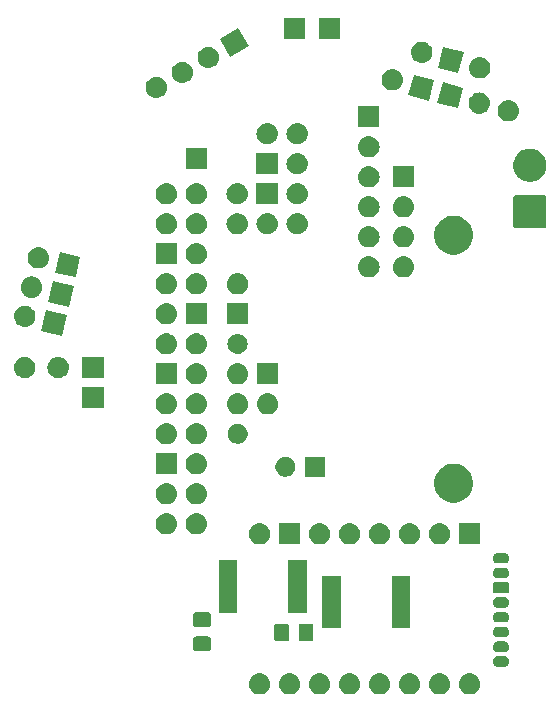
<source format=gbr>
G04 #@! TF.GenerationSoftware,KiCad,Pcbnew,(5.0.2)-1*
G04 #@! TF.CreationDate,2019-03-22T14:34:22+01:00*
G04 #@! TF.ProjectId,DICE_3.2,44494345-5f33-42e3-922e-6b696361645f,rev?*
G04 #@! TF.SameCoordinates,PX6712b80PY6da2680*
G04 #@! TF.FileFunction,Soldermask,Bot*
G04 #@! TF.FilePolarity,Negative*
%FSLAX46Y46*%
G04 Gerber Fmt 4.6, Leading zero omitted, Abs format (unit mm)*
G04 Created by KiCad (PCBNEW (5.0.2)-1) date 22/03/2019 14:34:22*
%MOMM*%
%LPD*%
G01*
G04 APERTURE LIST*
%ADD10C,0.100000*%
G04 APERTURE END LIST*
D10*
G36*
X65868443Y18369281D02*
X65934627Y18362763D01*
X66047853Y18328416D01*
X66104467Y18311243D01*
X66243087Y18237148D01*
X66260991Y18227578D01*
X66296729Y18198248D01*
X66398186Y18114986D01*
X66481448Y18013529D01*
X66510778Y17977791D01*
X66510779Y17977789D01*
X66594443Y17821267D01*
X66594443Y17821266D01*
X66645963Y17651427D01*
X66663359Y17474800D01*
X66645963Y17298173D01*
X66611616Y17184947D01*
X66594443Y17128333D01*
X66520348Y16989713D01*
X66510778Y16971809D01*
X66481448Y16936071D01*
X66398186Y16834614D01*
X66296729Y16751352D01*
X66260991Y16722022D01*
X66260989Y16722021D01*
X66104467Y16638357D01*
X66047853Y16621184D01*
X65934627Y16586837D01*
X65868442Y16580318D01*
X65802260Y16573800D01*
X65713740Y16573800D01*
X65647557Y16580319D01*
X65581373Y16586837D01*
X65468147Y16621184D01*
X65411533Y16638357D01*
X65255011Y16722021D01*
X65255009Y16722022D01*
X65219271Y16751352D01*
X65117814Y16834614D01*
X65034552Y16936071D01*
X65005222Y16971809D01*
X64995652Y16989713D01*
X64921557Y17128333D01*
X64904384Y17184947D01*
X64870037Y17298173D01*
X64852641Y17474800D01*
X64870037Y17651427D01*
X64921557Y17821266D01*
X64921557Y17821267D01*
X65005221Y17977789D01*
X65005222Y17977791D01*
X65034552Y18013529D01*
X65117814Y18114986D01*
X65219271Y18198248D01*
X65255009Y18227578D01*
X65272913Y18237148D01*
X65411533Y18311243D01*
X65468147Y18328416D01*
X65581373Y18362763D01*
X65647557Y18369281D01*
X65713740Y18375800D01*
X65802260Y18375800D01*
X65868443Y18369281D01*
X65868443Y18369281D01*
G37*
G36*
X63328443Y18369281D02*
X63394627Y18362763D01*
X63507853Y18328416D01*
X63564467Y18311243D01*
X63703087Y18237148D01*
X63720991Y18227578D01*
X63756729Y18198248D01*
X63858186Y18114986D01*
X63941448Y18013529D01*
X63970778Y17977791D01*
X63970779Y17977789D01*
X64054443Y17821267D01*
X64054443Y17821266D01*
X64105963Y17651427D01*
X64123359Y17474800D01*
X64105963Y17298173D01*
X64071616Y17184947D01*
X64054443Y17128333D01*
X63980348Y16989713D01*
X63970778Y16971809D01*
X63941448Y16936071D01*
X63858186Y16834614D01*
X63756729Y16751352D01*
X63720991Y16722022D01*
X63720989Y16722021D01*
X63564467Y16638357D01*
X63507853Y16621184D01*
X63394627Y16586837D01*
X63328442Y16580318D01*
X63262260Y16573800D01*
X63173740Y16573800D01*
X63107557Y16580319D01*
X63041373Y16586837D01*
X62928147Y16621184D01*
X62871533Y16638357D01*
X62715011Y16722021D01*
X62715009Y16722022D01*
X62679271Y16751352D01*
X62577814Y16834614D01*
X62494552Y16936071D01*
X62465222Y16971809D01*
X62455652Y16989713D01*
X62381557Y17128333D01*
X62364384Y17184947D01*
X62330037Y17298173D01*
X62312641Y17474800D01*
X62330037Y17651427D01*
X62381557Y17821266D01*
X62381557Y17821267D01*
X62465221Y17977789D01*
X62465222Y17977791D01*
X62494552Y18013529D01*
X62577814Y18114986D01*
X62679271Y18198248D01*
X62715009Y18227578D01*
X62732913Y18237148D01*
X62871533Y18311243D01*
X62928147Y18328416D01*
X63041373Y18362763D01*
X63107557Y18369281D01*
X63173740Y18375800D01*
X63262260Y18375800D01*
X63328443Y18369281D01*
X63328443Y18369281D01*
G37*
G36*
X48088443Y18369281D02*
X48154627Y18362763D01*
X48267853Y18328416D01*
X48324467Y18311243D01*
X48463087Y18237148D01*
X48480991Y18227578D01*
X48516729Y18198248D01*
X48618186Y18114986D01*
X48701448Y18013529D01*
X48730778Y17977791D01*
X48730779Y17977789D01*
X48814443Y17821267D01*
X48814443Y17821266D01*
X48865963Y17651427D01*
X48883359Y17474800D01*
X48865963Y17298173D01*
X48831616Y17184947D01*
X48814443Y17128333D01*
X48740348Y16989713D01*
X48730778Y16971809D01*
X48701448Y16936071D01*
X48618186Y16834614D01*
X48516729Y16751352D01*
X48480991Y16722022D01*
X48480989Y16722021D01*
X48324467Y16638357D01*
X48267853Y16621184D01*
X48154627Y16586837D01*
X48088442Y16580318D01*
X48022260Y16573800D01*
X47933740Y16573800D01*
X47867557Y16580319D01*
X47801373Y16586837D01*
X47688147Y16621184D01*
X47631533Y16638357D01*
X47475011Y16722021D01*
X47475009Y16722022D01*
X47439271Y16751352D01*
X47337814Y16834614D01*
X47254552Y16936071D01*
X47225222Y16971809D01*
X47215652Y16989713D01*
X47141557Y17128333D01*
X47124384Y17184947D01*
X47090037Y17298173D01*
X47072641Y17474800D01*
X47090037Y17651427D01*
X47141557Y17821266D01*
X47141557Y17821267D01*
X47225221Y17977789D01*
X47225222Y17977791D01*
X47254552Y18013529D01*
X47337814Y18114986D01*
X47439271Y18198248D01*
X47475009Y18227578D01*
X47492913Y18237148D01*
X47631533Y18311243D01*
X47688147Y18328416D01*
X47801373Y18362763D01*
X47867557Y18369281D01*
X47933740Y18375800D01*
X48022260Y18375800D01*
X48088443Y18369281D01*
X48088443Y18369281D01*
G37*
G36*
X50628443Y18369281D02*
X50694627Y18362763D01*
X50807853Y18328416D01*
X50864467Y18311243D01*
X51003087Y18237148D01*
X51020991Y18227578D01*
X51056729Y18198248D01*
X51158186Y18114986D01*
X51241448Y18013529D01*
X51270778Y17977791D01*
X51270779Y17977789D01*
X51354443Y17821267D01*
X51354443Y17821266D01*
X51405963Y17651427D01*
X51423359Y17474800D01*
X51405963Y17298173D01*
X51371616Y17184947D01*
X51354443Y17128333D01*
X51280348Y16989713D01*
X51270778Y16971809D01*
X51241448Y16936071D01*
X51158186Y16834614D01*
X51056729Y16751352D01*
X51020991Y16722022D01*
X51020989Y16722021D01*
X50864467Y16638357D01*
X50807853Y16621184D01*
X50694627Y16586837D01*
X50628442Y16580318D01*
X50562260Y16573800D01*
X50473740Y16573800D01*
X50407557Y16580319D01*
X50341373Y16586837D01*
X50228147Y16621184D01*
X50171533Y16638357D01*
X50015011Y16722021D01*
X50015009Y16722022D01*
X49979271Y16751352D01*
X49877814Y16834614D01*
X49794552Y16936071D01*
X49765222Y16971809D01*
X49755652Y16989713D01*
X49681557Y17128333D01*
X49664384Y17184947D01*
X49630037Y17298173D01*
X49612641Y17474800D01*
X49630037Y17651427D01*
X49681557Y17821266D01*
X49681557Y17821267D01*
X49765221Y17977789D01*
X49765222Y17977791D01*
X49794552Y18013529D01*
X49877814Y18114986D01*
X49979271Y18198248D01*
X50015009Y18227578D01*
X50032913Y18237148D01*
X50171533Y18311243D01*
X50228147Y18328416D01*
X50341373Y18362763D01*
X50407557Y18369281D01*
X50473740Y18375800D01*
X50562260Y18375800D01*
X50628443Y18369281D01*
X50628443Y18369281D01*
G37*
G36*
X53168443Y18369281D02*
X53234627Y18362763D01*
X53347853Y18328416D01*
X53404467Y18311243D01*
X53543087Y18237148D01*
X53560991Y18227578D01*
X53596729Y18198248D01*
X53698186Y18114986D01*
X53781448Y18013529D01*
X53810778Y17977791D01*
X53810779Y17977789D01*
X53894443Y17821267D01*
X53894443Y17821266D01*
X53945963Y17651427D01*
X53963359Y17474800D01*
X53945963Y17298173D01*
X53911616Y17184947D01*
X53894443Y17128333D01*
X53820348Y16989713D01*
X53810778Y16971809D01*
X53781448Y16936071D01*
X53698186Y16834614D01*
X53596729Y16751352D01*
X53560991Y16722022D01*
X53560989Y16722021D01*
X53404467Y16638357D01*
X53347853Y16621184D01*
X53234627Y16586837D01*
X53168442Y16580318D01*
X53102260Y16573800D01*
X53013740Y16573800D01*
X52947557Y16580319D01*
X52881373Y16586837D01*
X52768147Y16621184D01*
X52711533Y16638357D01*
X52555011Y16722021D01*
X52555009Y16722022D01*
X52519271Y16751352D01*
X52417814Y16834614D01*
X52334552Y16936071D01*
X52305222Y16971809D01*
X52295652Y16989713D01*
X52221557Y17128333D01*
X52204384Y17184947D01*
X52170037Y17298173D01*
X52152641Y17474800D01*
X52170037Y17651427D01*
X52221557Y17821266D01*
X52221557Y17821267D01*
X52305221Y17977789D01*
X52305222Y17977791D01*
X52334552Y18013529D01*
X52417814Y18114986D01*
X52519271Y18198248D01*
X52555009Y18227578D01*
X52572913Y18237148D01*
X52711533Y18311243D01*
X52768147Y18328416D01*
X52881373Y18362763D01*
X52947557Y18369281D01*
X53013740Y18375800D01*
X53102260Y18375800D01*
X53168443Y18369281D01*
X53168443Y18369281D01*
G37*
G36*
X58248443Y18369281D02*
X58314627Y18362763D01*
X58427853Y18328416D01*
X58484467Y18311243D01*
X58623087Y18237148D01*
X58640991Y18227578D01*
X58676729Y18198248D01*
X58778186Y18114986D01*
X58861448Y18013529D01*
X58890778Y17977791D01*
X58890779Y17977789D01*
X58974443Y17821267D01*
X58974443Y17821266D01*
X59025963Y17651427D01*
X59043359Y17474800D01*
X59025963Y17298173D01*
X58991616Y17184947D01*
X58974443Y17128333D01*
X58900348Y16989713D01*
X58890778Y16971809D01*
X58861448Y16936071D01*
X58778186Y16834614D01*
X58676729Y16751352D01*
X58640991Y16722022D01*
X58640989Y16722021D01*
X58484467Y16638357D01*
X58427853Y16621184D01*
X58314627Y16586837D01*
X58248442Y16580318D01*
X58182260Y16573800D01*
X58093740Y16573800D01*
X58027557Y16580319D01*
X57961373Y16586837D01*
X57848147Y16621184D01*
X57791533Y16638357D01*
X57635011Y16722021D01*
X57635009Y16722022D01*
X57599271Y16751352D01*
X57497814Y16834614D01*
X57414552Y16936071D01*
X57385222Y16971809D01*
X57375652Y16989713D01*
X57301557Y17128333D01*
X57284384Y17184947D01*
X57250037Y17298173D01*
X57232641Y17474800D01*
X57250037Y17651427D01*
X57301557Y17821266D01*
X57301557Y17821267D01*
X57385221Y17977789D01*
X57385222Y17977791D01*
X57414552Y18013529D01*
X57497814Y18114986D01*
X57599271Y18198248D01*
X57635009Y18227578D01*
X57652913Y18237148D01*
X57791533Y18311243D01*
X57848147Y18328416D01*
X57961373Y18362763D01*
X58027557Y18369281D01*
X58093740Y18375800D01*
X58182260Y18375800D01*
X58248443Y18369281D01*
X58248443Y18369281D01*
G37*
G36*
X60788443Y18369281D02*
X60854627Y18362763D01*
X60967853Y18328416D01*
X61024467Y18311243D01*
X61163087Y18237148D01*
X61180991Y18227578D01*
X61216729Y18198248D01*
X61318186Y18114986D01*
X61401448Y18013529D01*
X61430778Y17977791D01*
X61430779Y17977789D01*
X61514443Y17821267D01*
X61514443Y17821266D01*
X61565963Y17651427D01*
X61583359Y17474800D01*
X61565963Y17298173D01*
X61531616Y17184947D01*
X61514443Y17128333D01*
X61440348Y16989713D01*
X61430778Y16971809D01*
X61401448Y16936071D01*
X61318186Y16834614D01*
X61216729Y16751352D01*
X61180991Y16722022D01*
X61180989Y16722021D01*
X61024467Y16638357D01*
X60967853Y16621184D01*
X60854627Y16586837D01*
X60788442Y16580318D01*
X60722260Y16573800D01*
X60633740Y16573800D01*
X60567557Y16580319D01*
X60501373Y16586837D01*
X60388147Y16621184D01*
X60331533Y16638357D01*
X60175011Y16722021D01*
X60175009Y16722022D01*
X60139271Y16751352D01*
X60037814Y16834614D01*
X59954552Y16936071D01*
X59925222Y16971809D01*
X59915652Y16989713D01*
X59841557Y17128333D01*
X59824384Y17184947D01*
X59790037Y17298173D01*
X59772641Y17474800D01*
X59790037Y17651427D01*
X59841557Y17821266D01*
X59841557Y17821267D01*
X59925221Y17977789D01*
X59925222Y17977791D01*
X59954552Y18013529D01*
X60037814Y18114986D01*
X60139271Y18198248D01*
X60175009Y18227578D01*
X60192913Y18237148D01*
X60331533Y18311243D01*
X60388147Y18328416D01*
X60501373Y18362763D01*
X60567557Y18369281D01*
X60633740Y18375800D01*
X60722260Y18375800D01*
X60788443Y18369281D01*
X60788443Y18369281D01*
G37*
G36*
X55708443Y18369281D02*
X55774627Y18362763D01*
X55887853Y18328416D01*
X55944467Y18311243D01*
X56083087Y18237148D01*
X56100991Y18227578D01*
X56136729Y18198248D01*
X56238186Y18114986D01*
X56321448Y18013529D01*
X56350778Y17977791D01*
X56350779Y17977789D01*
X56434443Y17821267D01*
X56434443Y17821266D01*
X56485963Y17651427D01*
X56503359Y17474800D01*
X56485963Y17298173D01*
X56451616Y17184947D01*
X56434443Y17128333D01*
X56360348Y16989713D01*
X56350778Y16971809D01*
X56321448Y16936071D01*
X56238186Y16834614D01*
X56136729Y16751352D01*
X56100991Y16722022D01*
X56100989Y16722021D01*
X55944467Y16638357D01*
X55887853Y16621184D01*
X55774627Y16586837D01*
X55708442Y16580318D01*
X55642260Y16573800D01*
X55553740Y16573800D01*
X55487557Y16580319D01*
X55421373Y16586837D01*
X55308147Y16621184D01*
X55251533Y16638357D01*
X55095011Y16722021D01*
X55095009Y16722022D01*
X55059271Y16751352D01*
X54957814Y16834614D01*
X54874552Y16936071D01*
X54845222Y16971809D01*
X54835652Y16989713D01*
X54761557Y17128333D01*
X54744384Y17184947D01*
X54710037Y17298173D01*
X54692641Y17474800D01*
X54710037Y17651427D01*
X54761557Y17821266D01*
X54761557Y17821267D01*
X54845221Y17977789D01*
X54845222Y17977791D01*
X54874552Y18013529D01*
X54957814Y18114986D01*
X55059271Y18198248D01*
X55095009Y18227578D01*
X55112913Y18237148D01*
X55251533Y18311243D01*
X55308147Y18328416D01*
X55421373Y18362763D01*
X55487557Y18369281D01*
X55553740Y18375800D01*
X55642260Y18375800D01*
X55708443Y18369281D01*
X55708443Y18369281D01*
G37*
G36*
X68758413Y19814475D02*
X68833456Y19791710D01*
X68843425Y19788686D01*
X68921774Y19746807D01*
X68990448Y19690448D01*
X69046807Y19621774D01*
X69088686Y19543425D01*
X69088687Y19543421D01*
X69114475Y19458413D01*
X69123182Y19370000D01*
X69114475Y19281587D01*
X69091710Y19206544D01*
X69088686Y19196575D01*
X69046807Y19118226D01*
X68990448Y19049552D01*
X68921774Y18993193D01*
X68843425Y18951314D01*
X68833456Y18948290D01*
X68758413Y18925525D01*
X68692158Y18919000D01*
X68147842Y18919000D01*
X68081587Y18925525D01*
X68006544Y18948290D01*
X67996575Y18951314D01*
X67918226Y18993193D01*
X67849552Y19049552D01*
X67793193Y19118226D01*
X67751314Y19196575D01*
X67748290Y19206544D01*
X67725525Y19281587D01*
X67716818Y19370000D01*
X67725525Y19458413D01*
X67751313Y19543421D01*
X67751314Y19543425D01*
X67793193Y19621774D01*
X67849552Y19690448D01*
X67918226Y19746807D01*
X67996575Y19788686D01*
X68006544Y19791710D01*
X68081587Y19814475D01*
X68147842Y19821000D01*
X68692158Y19821000D01*
X68758413Y19814475D01*
X68758413Y19814475D01*
G37*
G36*
X68758413Y21064475D02*
X68833456Y21041710D01*
X68843425Y21038686D01*
X68921774Y20996807D01*
X68990448Y20940448D01*
X69046807Y20871774D01*
X69088686Y20793425D01*
X69088687Y20793421D01*
X69114475Y20708413D01*
X69123182Y20620000D01*
X69114475Y20531587D01*
X69091710Y20456544D01*
X69088686Y20446575D01*
X69046807Y20368226D01*
X68990448Y20299552D01*
X68921774Y20243193D01*
X68843425Y20201314D01*
X68833456Y20198290D01*
X68758413Y20175525D01*
X68692158Y20169000D01*
X68147842Y20169000D01*
X68081587Y20175525D01*
X68006544Y20198290D01*
X67996575Y20201314D01*
X67918226Y20243193D01*
X67849552Y20299552D01*
X67793193Y20368226D01*
X67751314Y20446575D01*
X67748290Y20456544D01*
X67725525Y20531587D01*
X67716818Y20620000D01*
X67725525Y20708413D01*
X67751313Y20793421D01*
X67751314Y20793425D01*
X67793193Y20871774D01*
X67849552Y20940448D01*
X67918226Y20996807D01*
X67996575Y21038686D01*
X68006544Y21041710D01*
X68081587Y21064475D01*
X68147842Y21071000D01*
X68692158Y21071000D01*
X68758413Y21064475D01*
X68758413Y21064475D01*
G37*
G36*
X43698677Y21476536D02*
X43736364Y21465103D01*
X43771103Y21446535D01*
X43801548Y21421549D01*
X43826534Y21391104D01*
X43845102Y21356365D01*
X43856535Y21318678D01*
X43861000Y21273340D01*
X43861000Y20436662D01*
X43856535Y20391324D01*
X43845102Y20353637D01*
X43826534Y20318898D01*
X43801548Y20288453D01*
X43771103Y20263467D01*
X43736364Y20244899D01*
X43698677Y20233466D01*
X43653339Y20229001D01*
X42566661Y20229001D01*
X42521323Y20233466D01*
X42483636Y20244899D01*
X42448897Y20263467D01*
X42418452Y20288453D01*
X42393466Y20318898D01*
X42374898Y20353637D01*
X42363465Y20391324D01*
X42359000Y20436662D01*
X42359000Y21273340D01*
X42363465Y21318678D01*
X42374898Y21356365D01*
X42393466Y21391104D01*
X42418452Y21421549D01*
X42448897Y21446535D01*
X42483636Y21465103D01*
X42521323Y21476536D01*
X42566661Y21481001D01*
X43653339Y21481001D01*
X43698677Y21476536D01*
X43698677Y21476536D01*
G37*
G36*
X50318677Y22566535D02*
X50356364Y22555102D01*
X50391103Y22536534D01*
X50421548Y22511548D01*
X50446534Y22481103D01*
X50465102Y22446364D01*
X50476535Y22408677D01*
X50481000Y22363339D01*
X50481000Y21276661D01*
X50476535Y21231323D01*
X50465102Y21193636D01*
X50446534Y21158897D01*
X50421548Y21128452D01*
X50391103Y21103466D01*
X50356364Y21084898D01*
X50318677Y21073465D01*
X50273339Y21069000D01*
X49436661Y21069000D01*
X49391323Y21073465D01*
X49353636Y21084898D01*
X49318897Y21103466D01*
X49288452Y21128452D01*
X49263466Y21158897D01*
X49244898Y21193636D01*
X49233465Y21231323D01*
X49229000Y21276661D01*
X49229000Y22363339D01*
X49233465Y22408677D01*
X49244898Y22446364D01*
X49263466Y22481103D01*
X49288452Y22511548D01*
X49318897Y22536534D01*
X49353636Y22555102D01*
X49391323Y22566535D01*
X49436661Y22571000D01*
X50273339Y22571000D01*
X50318677Y22566535D01*
X50318677Y22566535D01*
G37*
G36*
X52368677Y22566535D02*
X52406364Y22555102D01*
X52441103Y22536534D01*
X52471548Y22511548D01*
X52496534Y22481103D01*
X52515102Y22446364D01*
X52526535Y22408677D01*
X52531000Y22363339D01*
X52531000Y21276661D01*
X52526535Y21231323D01*
X52515102Y21193636D01*
X52496534Y21158897D01*
X52471548Y21128452D01*
X52441103Y21103466D01*
X52406364Y21084898D01*
X52368677Y21073465D01*
X52323339Y21069000D01*
X51486661Y21069000D01*
X51441323Y21073465D01*
X51403636Y21084898D01*
X51368897Y21103466D01*
X51338452Y21128452D01*
X51313466Y21158897D01*
X51294898Y21193636D01*
X51283465Y21231323D01*
X51279000Y21276661D01*
X51279000Y22363339D01*
X51283465Y22408677D01*
X51294898Y22446364D01*
X51313466Y22481103D01*
X51338452Y22511548D01*
X51368897Y22536534D01*
X51403636Y22555102D01*
X51441323Y22566535D01*
X51486661Y22571000D01*
X52323339Y22571000D01*
X52368677Y22566535D01*
X52368677Y22566535D01*
G37*
G36*
X68758413Y22314475D02*
X68822950Y22294897D01*
X68843425Y22288686D01*
X68921774Y22246807D01*
X68990448Y22190448D01*
X69046807Y22121774D01*
X69088686Y22043425D01*
X69088687Y22043421D01*
X69114475Y21958413D01*
X69123182Y21870000D01*
X69114475Y21781587D01*
X69091710Y21706544D01*
X69088686Y21696575D01*
X69046807Y21618226D01*
X68990448Y21549552D01*
X68921774Y21493193D01*
X68843425Y21451314D01*
X68833456Y21448290D01*
X68758413Y21425525D01*
X68692158Y21419000D01*
X68147842Y21419000D01*
X68081587Y21425525D01*
X68006544Y21448290D01*
X67996575Y21451314D01*
X67918226Y21493193D01*
X67849552Y21549552D01*
X67793193Y21618226D01*
X67751314Y21696575D01*
X67748290Y21706544D01*
X67725525Y21781587D01*
X67716818Y21870000D01*
X67725525Y21958413D01*
X67751313Y22043421D01*
X67751314Y22043425D01*
X67793193Y22121774D01*
X67849552Y22190448D01*
X67918226Y22246807D01*
X67996575Y22288686D01*
X68017050Y22294897D01*
X68081587Y22314475D01*
X68147842Y22321000D01*
X68692158Y22321000D01*
X68758413Y22314475D01*
X68758413Y22314475D01*
G37*
G36*
X60756000Y22184000D02*
X59204000Y22184000D01*
X59204000Y26636000D01*
X60756000Y26636000D01*
X60756000Y22184000D01*
X60756000Y22184000D01*
G37*
G36*
X54856000Y22184000D02*
X53304000Y22184000D01*
X53304000Y26636000D01*
X54856000Y26636000D01*
X54856000Y22184000D01*
X54856000Y22184000D01*
G37*
G36*
X43698677Y23526534D02*
X43736364Y23515101D01*
X43771103Y23496533D01*
X43801548Y23471547D01*
X43826534Y23441102D01*
X43845102Y23406363D01*
X43856535Y23368676D01*
X43861000Y23323338D01*
X43861000Y22486660D01*
X43856535Y22441322D01*
X43845102Y22403635D01*
X43826534Y22368896D01*
X43801548Y22338451D01*
X43771103Y22313465D01*
X43736364Y22294897D01*
X43698677Y22283464D01*
X43653339Y22278999D01*
X42566661Y22278999D01*
X42521323Y22283464D01*
X42483636Y22294897D01*
X42448897Y22313465D01*
X42418452Y22338451D01*
X42393466Y22368896D01*
X42374898Y22403635D01*
X42363465Y22441322D01*
X42359000Y22486660D01*
X42359000Y23323338D01*
X42363465Y23368676D01*
X42374898Y23406363D01*
X42393466Y23441102D01*
X42418452Y23471547D01*
X42448897Y23496533D01*
X42483636Y23515101D01*
X42521323Y23526534D01*
X42566661Y23530999D01*
X43653339Y23530999D01*
X43698677Y23526534D01*
X43698677Y23526534D01*
G37*
G36*
X68758413Y23564475D02*
X68833456Y23541710D01*
X68843425Y23538686D01*
X68921774Y23496807D01*
X68990448Y23440448D01*
X69046807Y23371774D01*
X69088686Y23293425D01*
X69088687Y23293421D01*
X69114475Y23208413D01*
X69123182Y23120000D01*
X69114475Y23031587D01*
X69091710Y22956544D01*
X69088686Y22946575D01*
X69046807Y22868226D01*
X68990448Y22799552D01*
X68921774Y22743193D01*
X68843425Y22701314D01*
X68833456Y22698290D01*
X68758413Y22675525D01*
X68692158Y22669000D01*
X68147842Y22669000D01*
X68081587Y22675525D01*
X68006544Y22698290D01*
X67996575Y22701314D01*
X67918226Y22743193D01*
X67849552Y22799552D01*
X67793193Y22868226D01*
X67751314Y22946575D01*
X67748290Y22956544D01*
X67725525Y23031587D01*
X67716818Y23120000D01*
X67725525Y23208413D01*
X67751313Y23293421D01*
X67751314Y23293425D01*
X67793193Y23371774D01*
X67849552Y23440448D01*
X67918226Y23496807D01*
X67996575Y23538686D01*
X68006544Y23541710D01*
X68081587Y23564475D01*
X68147842Y23571000D01*
X68692158Y23571000D01*
X68758413Y23564475D01*
X68758413Y23564475D01*
G37*
G36*
X51966000Y23484000D02*
X50414000Y23484000D01*
X50414000Y27936000D01*
X51966000Y27936000D01*
X51966000Y23484000D01*
X51966000Y23484000D01*
G37*
G36*
X46066000Y23484000D02*
X44514000Y23484000D01*
X44514000Y27936000D01*
X46066000Y27936000D01*
X46066000Y23484000D01*
X46066000Y23484000D01*
G37*
G36*
X68758413Y24814475D02*
X68833456Y24791710D01*
X68843425Y24788686D01*
X68921774Y24746807D01*
X68990448Y24690448D01*
X69046807Y24621774D01*
X69088686Y24543425D01*
X69088687Y24543421D01*
X69114475Y24458413D01*
X69123182Y24370000D01*
X69114475Y24281587D01*
X69091710Y24206544D01*
X69088686Y24196575D01*
X69046807Y24118226D01*
X68990448Y24049552D01*
X68921774Y23993193D01*
X68843425Y23951314D01*
X68833456Y23948290D01*
X68758413Y23925525D01*
X68692158Y23919000D01*
X68147842Y23919000D01*
X68081587Y23925525D01*
X68006544Y23948290D01*
X67996575Y23951314D01*
X67918226Y23993193D01*
X67849552Y24049552D01*
X67793193Y24118226D01*
X67751314Y24196575D01*
X67748290Y24206544D01*
X67725525Y24281587D01*
X67716818Y24370000D01*
X67725525Y24458413D01*
X67751313Y24543421D01*
X67751314Y24543425D01*
X67793193Y24621774D01*
X67849552Y24690448D01*
X67918226Y24746807D01*
X67996575Y24788686D01*
X68006544Y24791710D01*
X68081587Y24814475D01*
X68147842Y24821000D01*
X68692158Y24821000D01*
X68758413Y24814475D01*
X68758413Y24814475D01*
G37*
G36*
X68989683Y26067275D02*
X69020144Y26058034D01*
X69048223Y26043025D01*
X69072831Y26022831D01*
X69093025Y25998223D01*
X69108034Y25970144D01*
X69117275Y25939683D01*
X69121000Y25901860D01*
X69121000Y25338140D01*
X69117275Y25300317D01*
X69108034Y25269856D01*
X69093025Y25241777D01*
X69072831Y25217169D01*
X69048223Y25196975D01*
X69020144Y25181966D01*
X68989683Y25172725D01*
X68951860Y25169000D01*
X67888140Y25169000D01*
X67850317Y25172725D01*
X67819856Y25181966D01*
X67791777Y25196975D01*
X67767169Y25217169D01*
X67746975Y25241777D01*
X67731966Y25269856D01*
X67722725Y25300317D01*
X67719000Y25338140D01*
X67719000Y25901860D01*
X67722725Y25939683D01*
X67731966Y25970144D01*
X67746975Y25998223D01*
X67767169Y26022831D01*
X67791777Y26043025D01*
X67819856Y26058034D01*
X67850317Y26067275D01*
X67888140Y26071000D01*
X68951860Y26071000D01*
X68989683Y26067275D01*
X68989683Y26067275D01*
G37*
G36*
X68758413Y27314475D02*
X68833456Y27291710D01*
X68843425Y27288686D01*
X68921774Y27246807D01*
X68990448Y27190448D01*
X69046807Y27121774D01*
X69088686Y27043425D01*
X69088687Y27043421D01*
X69114475Y26958413D01*
X69123182Y26870000D01*
X69114475Y26781587D01*
X69091710Y26706544D01*
X69088686Y26696575D01*
X69046807Y26618226D01*
X68990448Y26549552D01*
X68921774Y26493193D01*
X68843425Y26451314D01*
X68833456Y26448290D01*
X68758413Y26425525D01*
X68692158Y26419000D01*
X68147842Y26419000D01*
X68081587Y26425525D01*
X68006544Y26448290D01*
X67996575Y26451314D01*
X67918226Y26493193D01*
X67849552Y26549552D01*
X67793193Y26618226D01*
X67751314Y26696575D01*
X67748290Y26706544D01*
X67725525Y26781587D01*
X67716818Y26870000D01*
X67725525Y26958413D01*
X67751313Y27043421D01*
X67751314Y27043425D01*
X67793193Y27121774D01*
X67849552Y27190448D01*
X67918226Y27246807D01*
X67996575Y27288686D01*
X68006544Y27291710D01*
X68081587Y27314475D01*
X68147842Y27321000D01*
X68692158Y27321000D01*
X68758413Y27314475D01*
X68758413Y27314475D01*
G37*
G36*
X68758413Y28564475D02*
X68833456Y28541710D01*
X68843425Y28538686D01*
X68921774Y28496807D01*
X68990448Y28440448D01*
X69046807Y28371774D01*
X69088686Y28293425D01*
X69088687Y28293421D01*
X69114475Y28208413D01*
X69123182Y28120000D01*
X69114475Y28031587D01*
X69091710Y27956544D01*
X69088686Y27946575D01*
X69046807Y27868226D01*
X68990448Y27799552D01*
X68921774Y27743193D01*
X68843425Y27701314D01*
X68833456Y27698290D01*
X68758413Y27675525D01*
X68692158Y27669000D01*
X68147842Y27669000D01*
X68081587Y27675525D01*
X68006544Y27698290D01*
X67996575Y27701314D01*
X67918226Y27743193D01*
X67849552Y27799552D01*
X67793193Y27868226D01*
X67751314Y27946575D01*
X67748290Y27956544D01*
X67725525Y28031587D01*
X67716818Y28120000D01*
X67725525Y28208413D01*
X67751313Y28293421D01*
X67751314Y28293425D01*
X67793193Y28371774D01*
X67849552Y28440448D01*
X67918226Y28496807D01*
X67996575Y28538686D01*
X68006544Y28541710D01*
X68081587Y28564475D01*
X68147842Y28571000D01*
X68692158Y28571000D01*
X68758413Y28564475D01*
X68758413Y28564475D01*
G37*
G36*
X66659000Y29273800D02*
X64857000Y29273800D01*
X64857000Y31075800D01*
X66659000Y31075800D01*
X66659000Y29273800D01*
X66659000Y29273800D01*
G37*
G36*
X63328443Y31069281D02*
X63394627Y31062763D01*
X63507853Y31028416D01*
X63564467Y31011243D01*
X63703087Y30937148D01*
X63720991Y30927578D01*
X63756729Y30898248D01*
X63858186Y30814986D01*
X63941448Y30713529D01*
X63970778Y30677791D01*
X63970779Y30677789D01*
X64054443Y30521267D01*
X64071616Y30464653D01*
X64105963Y30351427D01*
X64123359Y30174800D01*
X64105963Y29998173D01*
X64071616Y29884947D01*
X64054443Y29828333D01*
X63980348Y29689713D01*
X63970778Y29671809D01*
X63941448Y29636071D01*
X63858186Y29534614D01*
X63756729Y29451352D01*
X63720991Y29422022D01*
X63720989Y29422021D01*
X63564467Y29338357D01*
X63507853Y29321184D01*
X63394627Y29286837D01*
X63328443Y29280319D01*
X63262260Y29273800D01*
X63173740Y29273800D01*
X63107557Y29280319D01*
X63041373Y29286837D01*
X62928147Y29321184D01*
X62871533Y29338357D01*
X62715011Y29422021D01*
X62715009Y29422022D01*
X62679271Y29451352D01*
X62577814Y29534614D01*
X62494552Y29636071D01*
X62465222Y29671809D01*
X62455652Y29689713D01*
X62381557Y29828333D01*
X62364384Y29884947D01*
X62330037Y29998173D01*
X62312641Y30174800D01*
X62330037Y30351427D01*
X62364384Y30464653D01*
X62381557Y30521267D01*
X62465221Y30677789D01*
X62465222Y30677791D01*
X62494552Y30713529D01*
X62577814Y30814986D01*
X62679271Y30898248D01*
X62715009Y30927578D01*
X62732913Y30937148D01*
X62871533Y31011243D01*
X62928147Y31028416D01*
X63041373Y31062763D01*
X63107557Y31069281D01*
X63173740Y31075800D01*
X63262260Y31075800D01*
X63328443Y31069281D01*
X63328443Y31069281D01*
G37*
G36*
X60788443Y31069281D02*
X60854627Y31062763D01*
X60967853Y31028416D01*
X61024467Y31011243D01*
X61163087Y30937148D01*
X61180991Y30927578D01*
X61216729Y30898248D01*
X61318186Y30814986D01*
X61401448Y30713529D01*
X61430778Y30677791D01*
X61430779Y30677789D01*
X61514443Y30521267D01*
X61531616Y30464653D01*
X61565963Y30351427D01*
X61583359Y30174800D01*
X61565963Y29998173D01*
X61531616Y29884947D01*
X61514443Y29828333D01*
X61440348Y29689713D01*
X61430778Y29671809D01*
X61401448Y29636071D01*
X61318186Y29534614D01*
X61216729Y29451352D01*
X61180991Y29422022D01*
X61180989Y29422021D01*
X61024467Y29338357D01*
X60967853Y29321184D01*
X60854627Y29286837D01*
X60788443Y29280319D01*
X60722260Y29273800D01*
X60633740Y29273800D01*
X60567557Y29280319D01*
X60501373Y29286837D01*
X60388147Y29321184D01*
X60331533Y29338357D01*
X60175011Y29422021D01*
X60175009Y29422022D01*
X60139271Y29451352D01*
X60037814Y29534614D01*
X59954552Y29636071D01*
X59925222Y29671809D01*
X59915652Y29689713D01*
X59841557Y29828333D01*
X59824384Y29884947D01*
X59790037Y29998173D01*
X59772641Y30174800D01*
X59790037Y30351427D01*
X59824384Y30464653D01*
X59841557Y30521267D01*
X59925221Y30677789D01*
X59925222Y30677791D01*
X59954552Y30713529D01*
X60037814Y30814986D01*
X60139271Y30898248D01*
X60175009Y30927578D01*
X60192913Y30937148D01*
X60331533Y31011243D01*
X60388147Y31028416D01*
X60501373Y31062763D01*
X60567557Y31069281D01*
X60633740Y31075800D01*
X60722260Y31075800D01*
X60788443Y31069281D01*
X60788443Y31069281D01*
G37*
G36*
X58248443Y31069281D02*
X58314627Y31062763D01*
X58427853Y31028416D01*
X58484467Y31011243D01*
X58623087Y30937148D01*
X58640991Y30927578D01*
X58676729Y30898248D01*
X58778186Y30814986D01*
X58861448Y30713529D01*
X58890778Y30677791D01*
X58890779Y30677789D01*
X58974443Y30521267D01*
X58991616Y30464653D01*
X59025963Y30351427D01*
X59043359Y30174800D01*
X59025963Y29998173D01*
X58991616Y29884947D01*
X58974443Y29828333D01*
X58900348Y29689713D01*
X58890778Y29671809D01*
X58861448Y29636071D01*
X58778186Y29534614D01*
X58676729Y29451352D01*
X58640991Y29422022D01*
X58640989Y29422021D01*
X58484467Y29338357D01*
X58427853Y29321184D01*
X58314627Y29286837D01*
X58248443Y29280319D01*
X58182260Y29273800D01*
X58093740Y29273800D01*
X58027557Y29280319D01*
X57961373Y29286837D01*
X57848147Y29321184D01*
X57791533Y29338357D01*
X57635011Y29422021D01*
X57635009Y29422022D01*
X57599271Y29451352D01*
X57497814Y29534614D01*
X57414552Y29636071D01*
X57385222Y29671809D01*
X57375652Y29689713D01*
X57301557Y29828333D01*
X57284384Y29884947D01*
X57250037Y29998173D01*
X57232641Y30174800D01*
X57250037Y30351427D01*
X57284384Y30464653D01*
X57301557Y30521267D01*
X57385221Y30677789D01*
X57385222Y30677791D01*
X57414552Y30713529D01*
X57497814Y30814986D01*
X57599271Y30898248D01*
X57635009Y30927578D01*
X57652913Y30937148D01*
X57791533Y31011243D01*
X57848147Y31028416D01*
X57961373Y31062763D01*
X58027557Y31069281D01*
X58093740Y31075800D01*
X58182260Y31075800D01*
X58248443Y31069281D01*
X58248443Y31069281D01*
G37*
G36*
X51419000Y29273800D02*
X49617000Y29273800D01*
X49617000Y31075800D01*
X51419000Y31075800D01*
X51419000Y29273800D01*
X51419000Y29273800D01*
G37*
G36*
X48088443Y31069281D02*
X48154627Y31062763D01*
X48267853Y31028416D01*
X48324467Y31011243D01*
X48463087Y30937148D01*
X48480991Y30927578D01*
X48516729Y30898248D01*
X48618186Y30814986D01*
X48701448Y30713529D01*
X48730778Y30677791D01*
X48730779Y30677789D01*
X48814443Y30521267D01*
X48831616Y30464653D01*
X48865963Y30351427D01*
X48883359Y30174800D01*
X48865963Y29998173D01*
X48831616Y29884947D01*
X48814443Y29828333D01*
X48740348Y29689713D01*
X48730778Y29671809D01*
X48701448Y29636071D01*
X48618186Y29534614D01*
X48516729Y29451352D01*
X48480991Y29422022D01*
X48480989Y29422021D01*
X48324467Y29338357D01*
X48267853Y29321184D01*
X48154627Y29286837D01*
X48088443Y29280319D01*
X48022260Y29273800D01*
X47933740Y29273800D01*
X47867557Y29280319D01*
X47801373Y29286837D01*
X47688147Y29321184D01*
X47631533Y29338357D01*
X47475011Y29422021D01*
X47475009Y29422022D01*
X47439271Y29451352D01*
X47337814Y29534614D01*
X47254552Y29636071D01*
X47225222Y29671809D01*
X47215652Y29689713D01*
X47141557Y29828333D01*
X47124384Y29884947D01*
X47090037Y29998173D01*
X47072641Y30174800D01*
X47090037Y30351427D01*
X47124384Y30464653D01*
X47141557Y30521267D01*
X47225221Y30677789D01*
X47225222Y30677791D01*
X47254552Y30713529D01*
X47337814Y30814986D01*
X47439271Y30898248D01*
X47475009Y30927578D01*
X47492913Y30937148D01*
X47631533Y31011243D01*
X47688147Y31028416D01*
X47801373Y31062763D01*
X47867557Y31069281D01*
X47933740Y31075800D01*
X48022260Y31075800D01*
X48088443Y31069281D01*
X48088443Y31069281D01*
G37*
G36*
X55708443Y31069281D02*
X55774627Y31062763D01*
X55887853Y31028416D01*
X55944467Y31011243D01*
X56083087Y30937148D01*
X56100991Y30927578D01*
X56136729Y30898248D01*
X56238186Y30814986D01*
X56321448Y30713529D01*
X56350778Y30677791D01*
X56350779Y30677789D01*
X56434443Y30521267D01*
X56451616Y30464653D01*
X56485963Y30351427D01*
X56503359Y30174800D01*
X56485963Y29998173D01*
X56451616Y29884947D01*
X56434443Y29828333D01*
X56360348Y29689713D01*
X56350778Y29671809D01*
X56321448Y29636071D01*
X56238186Y29534614D01*
X56136729Y29451352D01*
X56100991Y29422022D01*
X56100989Y29422021D01*
X55944467Y29338357D01*
X55887853Y29321184D01*
X55774627Y29286837D01*
X55708443Y29280319D01*
X55642260Y29273800D01*
X55553740Y29273800D01*
X55487557Y29280319D01*
X55421373Y29286837D01*
X55308147Y29321184D01*
X55251533Y29338357D01*
X55095011Y29422021D01*
X55095009Y29422022D01*
X55059271Y29451352D01*
X54957814Y29534614D01*
X54874552Y29636071D01*
X54845222Y29671809D01*
X54835652Y29689713D01*
X54761557Y29828333D01*
X54744384Y29884947D01*
X54710037Y29998173D01*
X54692641Y30174800D01*
X54710037Y30351427D01*
X54744384Y30464653D01*
X54761557Y30521267D01*
X54845221Y30677789D01*
X54845222Y30677791D01*
X54874552Y30713529D01*
X54957814Y30814986D01*
X55059271Y30898248D01*
X55095009Y30927578D01*
X55112913Y30937148D01*
X55251533Y31011243D01*
X55308147Y31028416D01*
X55421373Y31062763D01*
X55487557Y31069281D01*
X55553740Y31075800D01*
X55642260Y31075800D01*
X55708443Y31069281D01*
X55708443Y31069281D01*
G37*
G36*
X53168443Y31069281D02*
X53234627Y31062763D01*
X53347853Y31028416D01*
X53404467Y31011243D01*
X53543087Y30937148D01*
X53560991Y30927578D01*
X53596729Y30898248D01*
X53698186Y30814986D01*
X53781448Y30713529D01*
X53810778Y30677791D01*
X53810779Y30677789D01*
X53894443Y30521267D01*
X53911616Y30464653D01*
X53945963Y30351427D01*
X53963359Y30174800D01*
X53945963Y29998173D01*
X53911616Y29884947D01*
X53894443Y29828333D01*
X53820348Y29689713D01*
X53810778Y29671809D01*
X53781448Y29636071D01*
X53698186Y29534614D01*
X53596729Y29451352D01*
X53560991Y29422022D01*
X53560989Y29422021D01*
X53404467Y29338357D01*
X53347853Y29321184D01*
X53234627Y29286837D01*
X53168443Y29280319D01*
X53102260Y29273800D01*
X53013740Y29273800D01*
X52947557Y29280319D01*
X52881373Y29286837D01*
X52768147Y29321184D01*
X52711533Y29338357D01*
X52555011Y29422021D01*
X52555009Y29422022D01*
X52519271Y29451352D01*
X52417814Y29534614D01*
X52334552Y29636071D01*
X52305222Y29671809D01*
X52295652Y29689713D01*
X52221557Y29828333D01*
X52204384Y29884947D01*
X52170037Y29998173D01*
X52152641Y30174800D01*
X52170037Y30351427D01*
X52204384Y30464653D01*
X52221557Y30521267D01*
X52305221Y30677789D01*
X52305222Y30677791D01*
X52334552Y30713529D01*
X52417814Y30814986D01*
X52519271Y30898248D01*
X52555009Y30927578D01*
X52572913Y30937148D01*
X52711533Y31011243D01*
X52768147Y31028416D01*
X52881373Y31062763D01*
X52947557Y31069281D01*
X53013740Y31075800D01*
X53102260Y31075800D01*
X53168443Y31069281D01*
X53168443Y31069281D01*
G37*
G36*
X42730443Y31914481D02*
X42796627Y31907963D01*
X42909853Y31873616D01*
X42966467Y31856443D01*
X43105087Y31782348D01*
X43122991Y31772778D01*
X43158729Y31743448D01*
X43260186Y31660186D01*
X43343448Y31558729D01*
X43372778Y31522991D01*
X43372779Y31522989D01*
X43456443Y31366467D01*
X43456443Y31366466D01*
X43507963Y31196627D01*
X43525359Y31020000D01*
X43507963Y30843373D01*
X43473616Y30730147D01*
X43456443Y30673533D01*
X43382348Y30534913D01*
X43372778Y30517009D01*
X43343448Y30481271D01*
X43260186Y30379814D01*
X43158729Y30296552D01*
X43122991Y30267222D01*
X43122989Y30267221D01*
X42966467Y30183557D01*
X42937598Y30174800D01*
X42796627Y30132037D01*
X42730442Y30125518D01*
X42664260Y30119000D01*
X42575740Y30119000D01*
X42509558Y30125518D01*
X42443373Y30132037D01*
X42302402Y30174800D01*
X42273533Y30183557D01*
X42117011Y30267221D01*
X42117009Y30267222D01*
X42081271Y30296552D01*
X41979814Y30379814D01*
X41896552Y30481271D01*
X41867222Y30517009D01*
X41857652Y30534913D01*
X41783557Y30673533D01*
X41766384Y30730147D01*
X41732037Y30843373D01*
X41714641Y31020000D01*
X41732037Y31196627D01*
X41783557Y31366466D01*
X41783557Y31366467D01*
X41867221Y31522989D01*
X41867222Y31522991D01*
X41896552Y31558729D01*
X41979814Y31660186D01*
X42081271Y31743448D01*
X42117009Y31772778D01*
X42134913Y31782348D01*
X42273533Y31856443D01*
X42330147Y31873616D01*
X42443373Y31907963D01*
X42509557Y31914481D01*
X42575740Y31921000D01*
X42664260Y31921000D01*
X42730443Y31914481D01*
X42730443Y31914481D01*
G37*
G36*
X40190443Y31914481D02*
X40256627Y31907963D01*
X40369853Y31873616D01*
X40426467Y31856443D01*
X40565087Y31782348D01*
X40582991Y31772778D01*
X40618729Y31743448D01*
X40720186Y31660186D01*
X40803448Y31558729D01*
X40832778Y31522991D01*
X40832779Y31522989D01*
X40916443Y31366467D01*
X40916443Y31366466D01*
X40967963Y31196627D01*
X40985359Y31020000D01*
X40967963Y30843373D01*
X40933616Y30730147D01*
X40916443Y30673533D01*
X40842348Y30534913D01*
X40832778Y30517009D01*
X40803448Y30481271D01*
X40720186Y30379814D01*
X40618729Y30296552D01*
X40582991Y30267222D01*
X40582989Y30267221D01*
X40426467Y30183557D01*
X40397598Y30174800D01*
X40256627Y30132037D01*
X40190442Y30125518D01*
X40124260Y30119000D01*
X40035740Y30119000D01*
X39969558Y30125518D01*
X39903373Y30132037D01*
X39762402Y30174800D01*
X39733533Y30183557D01*
X39577011Y30267221D01*
X39577009Y30267222D01*
X39541271Y30296552D01*
X39439814Y30379814D01*
X39356552Y30481271D01*
X39327222Y30517009D01*
X39317652Y30534913D01*
X39243557Y30673533D01*
X39226384Y30730147D01*
X39192037Y30843373D01*
X39174641Y31020000D01*
X39192037Y31196627D01*
X39243557Y31366466D01*
X39243557Y31366467D01*
X39327221Y31522989D01*
X39327222Y31522991D01*
X39356552Y31558729D01*
X39439814Y31660186D01*
X39541271Y31743448D01*
X39577009Y31772778D01*
X39594913Y31782348D01*
X39733533Y31856443D01*
X39790147Y31873616D01*
X39903373Y31907963D01*
X39969557Y31914481D01*
X40035740Y31921000D01*
X40124260Y31921000D01*
X40190443Y31914481D01*
X40190443Y31914481D01*
G37*
G36*
X40190442Y34454482D02*
X40256627Y34447963D01*
X40369853Y34413616D01*
X40426467Y34396443D01*
X40565087Y34322348D01*
X40582991Y34312778D01*
X40601740Y34297391D01*
X40720186Y34200186D01*
X40803448Y34098729D01*
X40832778Y34062991D01*
X40832779Y34062989D01*
X40916443Y33906467D01*
X40916443Y33906466D01*
X40967963Y33736627D01*
X40985359Y33560000D01*
X40967963Y33383373D01*
X40933616Y33270147D01*
X40916443Y33213533D01*
X40897229Y33177587D01*
X40832778Y33057009D01*
X40803448Y33021271D01*
X40720186Y32919814D01*
X40618729Y32836552D01*
X40582991Y32807222D01*
X40582989Y32807221D01*
X40426467Y32723557D01*
X40369853Y32706384D01*
X40256627Y32672037D01*
X40190443Y32665519D01*
X40124260Y32659000D01*
X40035740Y32659000D01*
X39969557Y32665519D01*
X39903373Y32672037D01*
X39790147Y32706384D01*
X39733533Y32723557D01*
X39577011Y32807221D01*
X39577009Y32807222D01*
X39541271Y32836552D01*
X39439814Y32919814D01*
X39356552Y33021271D01*
X39327222Y33057009D01*
X39262771Y33177587D01*
X39243557Y33213533D01*
X39226384Y33270147D01*
X39192037Y33383373D01*
X39174641Y33560000D01*
X39192037Y33736627D01*
X39243557Y33906466D01*
X39243557Y33906467D01*
X39327221Y34062989D01*
X39327222Y34062991D01*
X39356552Y34098729D01*
X39439814Y34200186D01*
X39558260Y34297391D01*
X39577009Y34312778D01*
X39594913Y34322348D01*
X39733533Y34396443D01*
X39790147Y34413616D01*
X39903373Y34447963D01*
X39969558Y34454482D01*
X40035740Y34461000D01*
X40124260Y34461000D01*
X40190442Y34454482D01*
X40190442Y34454482D01*
G37*
G36*
X42730442Y34454482D02*
X42796627Y34447963D01*
X42909853Y34413616D01*
X42966467Y34396443D01*
X43105087Y34322348D01*
X43122991Y34312778D01*
X43141740Y34297391D01*
X43260186Y34200186D01*
X43343448Y34098729D01*
X43372778Y34062991D01*
X43372779Y34062989D01*
X43456443Y33906467D01*
X43456443Y33906466D01*
X43507963Y33736627D01*
X43525359Y33560000D01*
X43507963Y33383373D01*
X43473616Y33270147D01*
X43456443Y33213533D01*
X43437229Y33177587D01*
X43372778Y33057009D01*
X43343448Y33021271D01*
X43260186Y32919814D01*
X43158729Y32836552D01*
X43122991Y32807222D01*
X43122989Y32807221D01*
X42966467Y32723557D01*
X42909853Y32706384D01*
X42796627Y32672037D01*
X42730443Y32665519D01*
X42664260Y32659000D01*
X42575740Y32659000D01*
X42509557Y32665519D01*
X42443373Y32672037D01*
X42330147Y32706384D01*
X42273533Y32723557D01*
X42117011Y32807221D01*
X42117009Y32807222D01*
X42081271Y32836552D01*
X41979814Y32919814D01*
X41896552Y33021271D01*
X41867222Y33057009D01*
X41802771Y33177587D01*
X41783557Y33213533D01*
X41766384Y33270147D01*
X41732037Y33383373D01*
X41714641Y33560000D01*
X41732037Y33736627D01*
X41783557Y33906466D01*
X41783557Y33906467D01*
X41867221Y34062989D01*
X41867222Y34062991D01*
X41896552Y34098729D01*
X41979814Y34200186D01*
X42098260Y34297391D01*
X42117009Y34312778D01*
X42134913Y34322348D01*
X42273533Y34396443D01*
X42330147Y34413616D01*
X42443373Y34447963D01*
X42509558Y34454482D01*
X42575740Y34461000D01*
X42664260Y34461000D01*
X42730442Y34454482D01*
X42730442Y34454482D01*
G37*
G36*
X64795256Y36068702D02*
X64901579Y36047553D01*
X65202042Y35923097D01*
X65421912Y35776184D01*
X65472454Y35742413D01*
X65702413Y35512454D01*
X65883098Y35242040D01*
X65900926Y35199000D01*
X66007553Y34941579D01*
X66071000Y34622609D01*
X66071000Y34297391D01*
X66007553Y33978421D01*
X65977748Y33906466D01*
X65883098Y33677960D01*
X65702413Y33407546D01*
X65472454Y33177587D01*
X65472451Y33177585D01*
X65202042Y32996903D01*
X64901579Y32872447D01*
X64795256Y32851298D01*
X64582611Y32809000D01*
X64257389Y32809000D01*
X64044744Y32851298D01*
X63938421Y32872447D01*
X63637958Y32996903D01*
X63367549Y33177585D01*
X63367546Y33177587D01*
X63137587Y33407546D01*
X62956902Y33677960D01*
X62862252Y33906466D01*
X62832447Y33978421D01*
X62769000Y34297391D01*
X62769000Y34622609D01*
X62832447Y34941579D01*
X62939074Y35199000D01*
X62956902Y35242040D01*
X63137587Y35512454D01*
X63367546Y35742413D01*
X63418088Y35776184D01*
X63637958Y35923097D01*
X63938421Y36047553D01*
X64044744Y36068702D01*
X64257389Y36111000D01*
X64582611Y36111000D01*
X64795256Y36068702D01*
X64795256Y36068702D01*
G37*
G36*
X53521000Y35009000D02*
X51819000Y35009000D01*
X51819000Y36711000D01*
X53521000Y36711000D01*
X53521000Y35009000D01*
X53521000Y35009000D01*
G37*
G36*
X50418228Y36678297D02*
X50573100Y36614147D01*
X50712481Y36521015D01*
X50831015Y36402481D01*
X50924147Y36263100D01*
X50988297Y36108228D01*
X51021000Y35943816D01*
X51021000Y35776184D01*
X50988297Y35611772D01*
X50924147Y35456900D01*
X50831015Y35317519D01*
X50712481Y35198985D01*
X50573100Y35105853D01*
X50418228Y35041703D01*
X50253816Y35009000D01*
X50086184Y35009000D01*
X49921772Y35041703D01*
X49766900Y35105853D01*
X49627519Y35198985D01*
X49508985Y35317519D01*
X49415853Y35456900D01*
X49351703Y35611772D01*
X49319000Y35776184D01*
X49319000Y35943816D01*
X49351703Y36108228D01*
X49415853Y36263100D01*
X49508985Y36402481D01*
X49627519Y36521015D01*
X49766900Y36614147D01*
X49921772Y36678297D01*
X50086184Y36711000D01*
X50253816Y36711000D01*
X50418228Y36678297D01*
X50418228Y36678297D01*
G37*
G36*
X42730443Y36994481D02*
X42796627Y36987963D01*
X42909853Y36953616D01*
X42966467Y36936443D01*
X43105087Y36862348D01*
X43122991Y36852778D01*
X43158729Y36823448D01*
X43260186Y36740186D01*
X43343448Y36638729D01*
X43372778Y36602991D01*
X43372779Y36602989D01*
X43456443Y36446467D01*
X43456443Y36446466D01*
X43507963Y36276627D01*
X43525359Y36100000D01*
X43507963Y35923373D01*
X43507879Y35923097D01*
X43456443Y35753533D01*
X43450500Y35742415D01*
X43372778Y35597009D01*
X43343448Y35561271D01*
X43260186Y35459814D01*
X43158729Y35376552D01*
X43122991Y35347222D01*
X43122989Y35347221D01*
X42966467Y35263557D01*
X42909853Y35246384D01*
X42796627Y35212037D01*
X42730442Y35205518D01*
X42664260Y35199000D01*
X42575740Y35199000D01*
X42509558Y35205518D01*
X42443373Y35212037D01*
X42330147Y35246384D01*
X42273533Y35263557D01*
X42117011Y35347221D01*
X42117009Y35347222D01*
X42081271Y35376552D01*
X41979814Y35459814D01*
X41896552Y35561271D01*
X41867222Y35597009D01*
X41789500Y35742415D01*
X41783557Y35753533D01*
X41732121Y35923097D01*
X41732037Y35923373D01*
X41714641Y36100000D01*
X41732037Y36276627D01*
X41783557Y36446466D01*
X41783557Y36446467D01*
X41867221Y36602989D01*
X41867222Y36602991D01*
X41896552Y36638729D01*
X41979814Y36740186D01*
X42081271Y36823448D01*
X42117009Y36852778D01*
X42134913Y36862348D01*
X42273533Y36936443D01*
X42330147Y36953616D01*
X42443373Y36987963D01*
X42509557Y36994481D01*
X42575740Y37001000D01*
X42664260Y37001000D01*
X42730443Y36994481D01*
X42730443Y36994481D01*
G37*
G36*
X40981000Y35199000D02*
X39179000Y35199000D01*
X39179000Y37001000D01*
X40981000Y37001000D01*
X40981000Y35199000D01*
X40981000Y35199000D01*
G37*
G36*
X40190442Y39534482D02*
X40256627Y39527963D01*
X40369853Y39493616D01*
X40426467Y39476443D01*
X40565087Y39402348D01*
X40582991Y39392778D01*
X40618729Y39363448D01*
X40720186Y39280186D01*
X40800369Y39182481D01*
X40832778Y39142991D01*
X40832779Y39142989D01*
X40916443Y38986467D01*
X40916443Y38986466D01*
X40967963Y38816627D01*
X40985359Y38640000D01*
X40967963Y38463373D01*
X40946243Y38391772D01*
X40916443Y38293533D01*
X40842348Y38154913D01*
X40832778Y38137009D01*
X40803448Y38101271D01*
X40720186Y37999814D01*
X40618729Y37916552D01*
X40582991Y37887222D01*
X40582989Y37887221D01*
X40426467Y37803557D01*
X40378478Y37789000D01*
X40256627Y37752037D01*
X40190442Y37745518D01*
X40124260Y37739000D01*
X40035740Y37739000D01*
X39969558Y37745518D01*
X39903373Y37752037D01*
X39781522Y37789000D01*
X39733533Y37803557D01*
X39577011Y37887221D01*
X39577009Y37887222D01*
X39541271Y37916552D01*
X39439814Y37999814D01*
X39356552Y38101271D01*
X39327222Y38137009D01*
X39317652Y38154913D01*
X39243557Y38293533D01*
X39213757Y38391772D01*
X39192037Y38463373D01*
X39174641Y38640000D01*
X39192037Y38816627D01*
X39243557Y38986466D01*
X39243557Y38986467D01*
X39327221Y39142989D01*
X39327222Y39142991D01*
X39359631Y39182481D01*
X39439814Y39280186D01*
X39541271Y39363448D01*
X39577009Y39392778D01*
X39594913Y39402348D01*
X39733533Y39476443D01*
X39790147Y39493616D01*
X39903373Y39527963D01*
X39969558Y39534482D01*
X40035740Y39541000D01*
X40124260Y39541000D01*
X40190442Y39534482D01*
X40190442Y39534482D01*
G37*
G36*
X42730442Y39534482D02*
X42796627Y39527963D01*
X42909853Y39493616D01*
X42966467Y39476443D01*
X43105087Y39402348D01*
X43122991Y39392778D01*
X43158729Y39363448D01*
X43260186Y39280186D01*
X43340369Y39182481D01*
X43372778Y39142991D01*
X43372779Y39142989D01*
X43456443Y38986467D01*
X43456443Y38986466D01*
X43507963Y38816627D01*
X43525359Y38640000D01*
X43507963Y38463373D01*
X43486243Y38391772D01*
X43456443Y38293533D01*
X43382348Y38154913D01*
X43372778Y38137009D01*
X43343448Y38101271D01*
X43260186Y37999814D01*
X43158729Y37916552D01*
X43122991Y37887222D01*
X43122989Y37887221D01*
X42966467Y37803557D01*
X42918478Y37789000D01*
X42796627Y37752037D01*
X42730442Y37745518D01*
X42664260Y37739000D01*
X42575740Y37739000D01*
X42509558Y37745518D01*
X42443373Y37752037D01*
X42321522Y37789000D01*
X42273533Y37803557D01*
X42117011Y37887221D01*
X42117009Y37887222D01*
X42081271Y37916552D01*
X41979814Y37999814D01*
X41896552Y38101271D01*
X41867222Y38137009D01*
X41857652Y38154913D01*
X41783557Y38293533D01*
X41753757Y38391772D01*
X41732037Y38463373D01*
X41714641Y38640000D01*
X41732037Y38816627D01*
X41783557Y38986466D01*
X41783557Y38986467D01*
X41867221Y39142989D01*
X41867222Y39142991D01*
X41899631Y39182481D01*
X41979814Y39280186D01*
X42081271Y39363448D01*
X42117009Y39392778D01*
X42134913Y39402348D01*
X42273533Y39476443D01*
X42330147Y39493616D01*
X42443373Y39527963D01*
X42509558Y39534482D01*
X42575740Y39541000D01*
X42664260Y39541000D01*
X42730442Y39534482D01*
X42730442Y39534482D01*
G37*
G36*
X46368228Y39458297D02*
X46523100Y39394147D01*
X46662481Y39301015D01*
X46781015Y39182481D01*
X46874147Y39043100D01*
X46938297Y38888228D01*
X46971000Y38723816D01*
X46971000Y38556184D01*
X46938297Y38391772D01*
X46874147Y38236900D01*
X46781015Y38097519D01*
X46662481Y37978985D01*
X46523100Y37885853D01*
X46368228Y37821703D01*
X46203816Y37789000D01*
X46036184Y37789000D01*
X45871772Y37821703D01*
X45716900Y37885853D01*
X45577519Y37978985D01*
X45458985Y38097519D01*
X45365853Y38236900D01*
X45301703Y38391772D01*
X45269000Y38556184D01*
X45269000Y38723816D01*
X45301703Y38888228D01*
X45365853Y39043100D01*
X45458985Y39182481D01*
X45577519Y39301015D01*
X45716900Y39394147D01*
X45871772Y39458297D01*
X46036184Y39491000D01*
X46203816Y39491000D01*
X46368228Y39458297D01*
X46368228Y39458297D01*
G37*
G36*
X42730443Y42074481D02*
X42796627Y42067963D01*
X42909853Y42033616D01*
X42966467Y42016443D01*
X43105087Y41942348D01*
X43122991Y41932778D01*
X43158729Y41903448D01*
X43260186Y41820186D01*
X43343448Y41718729D01*
X43372778Y41682991D01*
X43372779Y41682989D01*
X43456443Y41526467D01*
X43456443Y41526466D01*
X43507963Y41356627D01*
X43525359Y41180000D01*
X43507963Y41003373D01*
X43473616Y40890147D01*
X43456443Y40833533D01*
X43382348Y40694913D01*
X43372778Y40677009D01*
X43343448Y40641271D01*
X43260186Y40539814D01*
X43158729Y40456552D01*
X43122991Y40427222D01*
X43122989Y40427221D01*
X42966467Y40343557D01*
X42909853Y40326384D01*
X42796627Y40292037D01*
X42730443Y40285519D01*
X42664260Y40279000D01*
X42575740Y40279000D01*
X42509557Y40285519D01*
X42443373Y40292037D01*
X42330147Y40326384D01*
X42273533Y40343557D01*
X42117011Y40427221D01*
X42117009Y40427222D01*
X42081271Y40456552D01*
X41979814Y40539814D01*
X41896552Y40641271D01*
X41867222Y40677009D01*
X41857652Y40694913D01*
X41783557Y40833533D01*
X41766384Y40890147D01*
X41732037Y41003373D01*
X41714641Y41180000D01*
X41732037Y41356627D01*
X41783557Y41526466D01*
X41783557Y41526467D01*
X41867221Y41682989D01*
X41867222Y41682991D01*
X41896552Y41718729D01*
X41979814Y41820186D01*
X42081271Y41903448D01*
X42117009Y41932778D01*
X42134913Y41942348D01*
X42273533Y42016443D01*
X42330147Y42033616D01*
X42443373Y42067963D01*
X42509557Y42074481D01*
X42575740Y42081000D01*
X42664260Y42081000D01*
X42730443Y42074481D01*
X42730443Y42074481D01*
G37*
G36*
X48770443Y42074481D02*
X48836627Y42067963D01*
X48949853Y42033616D01*
X49006467Y42016443D01*
X49145087Y41942348D01*
X49162991Y41932778D01*
X49198729Y41903448D01*
X49300186Y41820186D01*
X49383448Y41718729D01*
X49412778Y41682991D01*
X49412779Y41682989D01*
X49496443Y41526467D01*
X49496443Y41526466D01*
X49547963Y41356627D01*
X49565359Y41180000D01*
X49547963Y41003373D01*
X49513616Y40890147D01*
X49496443Y40833533D01*
X49422348Y40694913D01*
X49412778Y40677009D01*
X49383448Y40641271D01*
X49300186Y40539814D01*
X49198729Y40456552D01*
X49162991Y40427222D01*
X49162989Y40427221D01*
X49006467Y40343557D01*
X48949853Y40326384D01*
X48836627Y40292037D01*
X48770443Y40285519D01*
X48704260Y40279000D01*
X48615740Y40279000D01*
X48549557Y40285519D01*
X48483373Y40292037D01*
X48370147Y40326384D01*
X48313533Y40343557D01*
X48157011Y40427221D01*
X48157009Y40427222D01*
X48121271Y40456552D01*
X48019814Y40539814D01*
X47936552Y40641271D01*
X47907222Y40677009D01*
X47897652Y40694913D01*
X47823557Y40833533D01*
X47806384Y40890147D01*
X47772037Y41003373D01*
X47754641Y41180000D01*
X47772037Y41356627D01*
X47823557Y41526466D01*
X47823557Y41526467D01*
X47907221Y41682989D01*
X47907222Y41682991D01*
X47936552Y41718729D01*
X48019814Y41820186D01*
X48121271Y41903448D01*
X48157009Y41932778D01*
X48174913Y41942348D01*
X48313533Y42016443D01*
X48370147Y42033616D01*
X48483373Y42067963D01*
X48549557Y42074481D01*
X48615740Y42081000D01*
X48704260Y42081000D01*
X48770443Y42074481D01*
X48770443Y42074481D01*
G37*
G36*
X46230443Y42074481D02*
X46296627Y42067963D01*
X46409853Y42033616D01*
X46466467Y42016443D01*
X46605087Y41942348D01*
X46622991Y41932778D01*
X46658729Y41903448D01*
X46760186Y41820186D01*
X46843448Y41718729D01*
X46872778Y41682991D01*
X46872779Y41682989D01*
X46956443Y41526467D01*
X46956443Y41526466D01*
X47007963Y41356627D01*
X47025359Y41180000D01*
X47007963Y41003373D01*
X46973616Y40890147D01*
X46956443Y40833533D01*
X46882348Y40694913D01*
X46872778Y40677009D01*
X46843448Y40641271D01*
X46760186Y40539814D01*
X46658729Y40456552D01*
X46622991Y40427222D01*
X46622989Y40427221D01*
X46466467Y40343557D01*
X46409853Y40326384D01*
X46296627Y40292037D01*
X46230443Y40285519D01*
X46164260Y40279000D01*
X46075740Y40279000D01*
X46009557Y40285519D01*
X45943373Y40292037D01*
X45830147Y40326384D01*
X45773533Y40343557D01*
X45617011Y40427221D01*
X45617009Y40427222D01*
X45581271Y40456552D01*
X45479814Y40539814D01*
X45396552Y40641271D01*
X45367222Y40677009D01*
X45357652Y40694913D01*
X45283557Y40833533D01*
X45266384Y40890147D01*
X45232037Y41003373D01*
X45214641Y41180000D01*
X45232037Y41356627D01*
X45283557Y41526466D01*
X45283557Y41526467D01*
X45367221Y41682989D01*
X45367222Y41682991D01*
X45396552Y41718729D01*
X45479814Y41820186D01*
X45581271Y41903448D01*
X45617009Y41932778D01*
X45634913Y41942348D01*
X45773533Y42016443D01*
X45830147Y42033616D01*
X45943373Y42067963D01*
X46009557Y42074481D01*
X46075740Y42081000D01*
X46164260Y42081000D01*
X46230443Y42074481D01*
X46230443Y42074481D01*
G37*
G36*
X40190443Y42074481D02*
X40256627Y42067963D01*
X40369853Y42033616D01*
X40426467Y42016443D01*
X40565087Y41942348D01*
X40582991Y41932778D01*
X40618729Y41903448D01*
X40720186Y41820186D01*
X40803448Y41718729D01*
X40832778Y41682991D01*
X40832779Y41682989D01*
X40916443Y41526467D01*
X40916443Y41526466D01*
X40967963Y41356627D01*
X40985359Y41180000D01*
X40967963Y41003373D01*
X40933616Y40890147D01*
X40916443Y40833533D01*
X40842348Y40694913D01*
X40832778Y40677009D01*
X40803448Y40641271D01*
X40720186Y40539814D01*
X40618729Y40456552D01*
X40582991Y40427222D01*
X40582989Y40427221D01*
X40426467Y40343557D01*
X40369853Y40326384D01*
X40256627Y40292037D01*
X40190443Y40285519D01*
X40124260Y40279000D01*
X40035740Y40279000D01*
X39969557Y40285519D01*
X39903373Y40292037D01*
X39790147Y40326384D01*
X39733533Y40343557D01*
X39577011Y40427221D01*
X39577009Y40427222D01*
X39541271Y40456552D01*
X39439814Y40539814D01*
X39356552Y40641271D01*
X39327222Y40677009D01*
X39317652Y40694913D01*
X39243557Y40833533D01*
X39226384Y40890147D01*
X39192037Y41003373D01*
X39174641Y41180000D01*
X39192037Y41356627D01*
X39243557Y41526466D01*
X39243557Y41526467D01*
X39327221Y41682989D01*
X39327222Y41682991D01*
X39356552Y41718729D01*
X39439814Y41820186D01*
X39541271Y41903448D01*
X39577009Y41932778D01*
X39594913Y41942348D01*
X39733533Y42016443D01*
X39790147Y42033616D01*
X39903373Y42067963D01*
X39969557Y42074481D01*
X40035740Y42081000D01*
X40124260Y42081000D01*
X40190443Y42074481D01*
X40190443Y42074481D01*
G37*
G36*
X34771000Y40819000D02*
X32969000Y40819000D01*
X32969000Y42621000D01*
X34771000Y42621000D01*
X34771000Y40819000D01*
X34771000Y40819000D01*
G37*
G36*
X49561000Y42819000D02*
X47759000Y42819000D01*
X47759000Y44621000D01*
X49561000Y44621000D01*
X49561000Y42819000D01*
X49561000Y42819000D01*
G37*
G36*
X46230442Y44614482D02*
X46296627Y44607963D01*
X46409853Y44573616D01*
X46466467Y44556443D01*
X46605087Y44482348D01*
X46622991Y44472778D01*
X46658729Y44443448D01*
X46760186Y44360186D01*
X46842405Y44260000D01*
X46872778Y44222991D01*
X46872779Y44222989D01*
X46956443Y44066467D01*
X46956443Y44066466D01*
X47007963Y43896627D01*
X47025359Y43720000D01*
X47007963Y43543373D01*
X46996996Y43507221D01*
X46956443Y43373533D01*
X46882348Y43234913D01*
X46872778Y43217009D01*
X46843448Y43181271D01*
X46760186Y43079814D01*
X46658729Y42996552D01*
X46622991Y42967222D01*
X46622989Y42967221D01*
X46466467Y42883557D01*
X46409853Y42866384D01*
X46296627Y42832037D01*
X46230443Y42825519D01*
X46164260Y42819000D01*
X46075740Y42819000D01*
X46009557Y42825519D01*
X45943373Y42832037D01*
X45830147Y42866384D01*
X45773533Y42883557D01*
X45617011Y42967221D01*
X45617009Y42967222D01*
X45581271Y42996552D01*
X45479814Y43079814D01*
X45396552Y43181271D01*
X45367222Y43217009D01*
X45357652Y43234913D01*
X45283557Y43373533D01*
X45243004Y43507221D01*
X45232037Y43543373D01*
X45214641Y43720000D01*
X45232037Y43896627D01*
X45283557Y44066466D01*
X45283557Y44066467D01*
X45367221Y44222989D01*
X45367222Y44222991D01*
X45397595Y44260000D01*
X45479814Y44360186D01*
X45581271Y44443448D01*
X45617009Y44472778D01*
X45634913Y44482348D01*
X45773533Y44556443D01*
X45830147Y44573616D01*
X45943373Y44607963D01*
X46009558Y44614482D01*
X46075740Y44621000D01*
X46164260Y44621000D01*
X46230442Y44614482D01*
X46230442Y44614482D01*
G37*
G36*
X40981000Y42819000D02*
X39179000Y42819000D01*
X39179000Y44621000D01*
X40981000Y44621000D01*
X40981000Y42819000D01*
X40981000Y42819000D01*
G37*
G36*
X42730442Y44614482D02*
X42796627Y44607963D01*
X42909853Y44573616D01*
X42966467Y44556443D01*
X43105087Y44482348D01*
X43122991Y44472778D01*
X43158729Y44443448D01*
X43260186Y44360186D01*
X43342405Y44260000D01*
X43372778Y44222991D01*
X43372779Y44222989D01*
X43456443Y44066467D01*
X43456443Y44066466D01*
X43507963Y43896627D01*
X43525359Y43720000D01*
X43507963Y43543373D01*
X43496996Y43507221D01*
X43456443Y43373533D01*
X43382348Y43234913D01*
X43372778Y43217009D01*
X43343448Y43181271D01*
X43260186Y43079814D01*
X43158729Y42996552D01*
X43122991Y42967222D01*
X43122989Y42967221D01*
X42966467Y42883557D01*
X42909853Y42866384D01*
X42796627Y42832037D01*
X42730443Y42825519D01*
X42664260Y42819000D01*
X42575740Y42819000D01*
X42509557Y42825519D01*
X42443373Y42832037D01*
X42330147Y42866384D01*
X42273533Y42883557D01*
X42117011Y42967221D01*
X42117009Y42967222D01*
X42081271Y42996552D01*
X41979814Y43079814D01*
X41896552Y43181271D01*
X41867222Y43217009D01*
X41857652Y43234913D01*
X41783557Y43373533D01*
X41743004Y43507221D01*
X41732037Y43543373D01*
X41714641Y43720000D01*
X41732037Y43896627D01*
X41783557Y44066466D01*
X41783557Y44066467D01*
X41867221Y44222989D01*
X41867222Y44222991D01*
X41897595Y44260000D01*
X41979814Y44360186D01*
X42081271Y44443448D01*
X42117009Y44472778D01*
X42134913Y44482348D01*
X42273533Y44556443D01*
X42330147Y44573616D01*
X42443373Y44607963D01*
X42509558Y44614482D01*
X42575740Y44621000D01*
X42664260Y44621000D01*
X42730442Y44614482D01*
X42730442Y44614482D01*
G37*
G36*
X34771000Y43359000D02*
X32969000Y43359000D01*
X32969000Y45161000D01*
X34771000Y45161000D01*
X34771000Y43359000D01*
X34771000Y43359000D01*
G37*
G36*
X31030443Y45154481D02*
X31096627Y45147963D01*
X31209853Y45113616D01*
X31266467Y45096443D01*
X31405087Y45022348D01*
X31422991Y45012778D01*
X31458729Y44983448D01*
X31560186Y44900186D01*
X31643448Y44798729D01*
X31672778Y44762991D01*
X31672779Y44762989D01*
X31756443Y44606467D01*
X31756443Y44606466D01*
X31807963Y44436627D01*
X31825359Y44260000D01*
X31807963Y44083373D01*
X31802834Y44066466D01*
X31756443Y43913533D01*
X31747406Y43896627D01*
X31672778Y43757009D01*
X31643448Y43721271D01*
X31560186Y43619814D01*
X31467043Y43543375D01*
X31422991Y43507222D01*
X31422989Y43507221D01*
X31266467Y43423557D01*
X31209853Y43406384D01*
X31096627Y43372037D01*
X31030443Y43365519D01*
X30964260Y43359000D01*
X30875740Y43359000D01*
X30809557Y43365519D01*
X30743373Y43372037D01*
X30630147Y43406384D01*
X30573533Y43423557D01*
X30417011Y43507221D01*
X30417009Y43507222D01*
X30372957Y43543375D01*
X30279814Y43619814D01*
X30196552Y43721271D01*
X30167222Y43757009D01*
X30092594Y43896627D01*
X30083557Y43913533D01*
X30037166Y44066466D01*
X30032037Y44083373D01*
X30014641Y44260000D01*
X30032037Y44436627D01*
X30083557Y44606466D01*
X30083557Y44606467D01*
X30167221Y44762989D01*
X30167222Y44762991D01*
X30196552Y44798729D01*
X30279814Y44900186D01*
X30381271Y44983448D01*
X30417009Y45012778D01*
X30434913Y45022348D01*
X30573533Y45096443D01*
X30630147Y45113616D01*
X30743373Y45147963D01*
X30809557Y45154481D01*
X30875740Y45161000D01*
X30964260Y45161000D01*
X31030443Y45154481D01*
X31030443Y45154481D01*
G37*
G36*
X28200443Y45154481D02*
X28266627Y45147963D01*
X28379853Y45113616D01*
X28436467Y45096443D01*
X28575087Y45022348D01*
X28592991Y45012778D01*
X28628729Y44983448D01*
X28730186Y44900186D01*
X28813448Y44798729D01*
X28842778Y44762991D01*
X28842779Y44762989D01*
X28926443Y44606467D01*
X28926443Y44606466D01*
X28977963Y44436627D01*
X28995359Y44260000D01*
X28977963Y44083373D01*
X28972834Y44066466D01*
X28926443Y43913533D01*
X28917406Y43896627D01*
X28842778Y43757009D01*
X28813448Y43721271D01*
X28730186Y43619814D01*
X28637043Y43543375D01*
X28592991Y43507222D01*
X28592989Y43507221D01*
X28436467Y43423557D01*
X28379853Y43406384D01*
X28266627Y43372037D01*
X28200443Y43365519D01*
X28134260Y43359000D01*
X28045740Y43359000D01*
X27979557Y43365519D01*
X27913373Y43372037D01*
X27800147Y43406384D01*
X27743533Y43423557D01*
X27587011Y43507221D01*
X27587009Y43507222D01*
X27542957Y43543375D01*
X27449814Y43619814D01*
X27366552Y43721271D01*
X27337222Y43757009D01*
X27262594Y43896627D01*
X27253557Y43913533D01*
X27207166Y44066466D01*
X27202037Y44083373D01*
X27184641Y44260000D01*
X27202037Y44436627D01*
X27253557Y44606466D01*
X27253557Y44606467D01*
X27337221Y44762989D01*
X27337222Y44762991D01*
X27366552Y44798729D01*
X27449814Y44900186D01*
X27551271Y44983448D01*
X27587009Y45012778D01*
X27604913Y45022348D01*
X27743533Y45096443D01*
X27800147Y45113616D01*
X27913373Y45147963D01*
X27979557Y45154481D01*
X28045740Y45161000D01*
X28134260Y45161000D01*
X28200443Y45154481D01*
X28200443Y45154481D01*
G37*
G36*
X42730443Y47154481D02*
X42796627Y47147963D01*
X42909853Y47113616D01*
X42966467Y47096443D01*
X43053311Y47050023D01*
X43122991Y47012778D01*
X43158729Y46983448D01*
X43260186Y46900186D01*
X43343448Y46798729D01*
X43372778Y46762991D01*
X43372779Y46762989D01*
X43456443Y46606467D01*
X43473616Y46549853D01*
X43507963Y46436627D01*
X43525359Y46260000D01*
X43507963Y46083373D01*
X43473616Y45970147D01*
X43456443Y45913533D01*
X43387698Y45784922D01*
X43372778Y45757009D01*
X43343448Y45721271D01*
X43260186Y45619814D01*
X43158729Y45536552D01*
X43122991Y45507222D01*
X43122989Y45507221D01*
X42966467Y45423557D01*
X42959069Y45421313D01*
X42796627Y45372037D01*
X42730442Y45365518D01*
X42664260Y45359000D01*
X42575740Y45359000D01*
X42509558Y45365518D01*
X42443373Y45372037D01*
X42280931Y45421313D01*
X42273533Y45423557D01*
X42117011Y45507221D01*
X42117009Y45507222D01*
X42081271Y45536552D01*
X41979814Y45619814D01*
X41896552Y45721271D01*
X41867222Y45757009D01*
X41852302Y45784922D01*
X41783557Y45913533D01*
X41766384Y45970147D01*
X41732037Y46083373D01*
X41714641Y46260000D01*
X41732037Y46436627D01*
X41766384Y46549853D01*
X41783557Y46606467D01*
X41867221Y46762989D01*
X41867222Y46762991D01*
X41896552Y46798729D01*
X41979814Y46900186D01*
X42081271Y46983448D01*
X42117009Y47012778D01*
X42186689Y47050023D01*
X42273533Y47096443D01*
X42330147Y47113616D01*
X42443373Y47147963D01*
X42509557Y47154481D01*
X42575740Y47161000D01*
X42664260Y47161000D01*
X42730443Y47154481D01*
X42730443Y47154481D01*
G37*
G36*
X40190443Y47154481D02*
X40256627Y47147963D01*
X40369853Y47113616D01*
X40426467Y47096443D01*
X40513311Y47050023D01*
X40582991Y47012778D01*
X40618729Y46983448D01*
X40720186Y46900186D01*
X40803448Y46798729D01*
X40832778Y46762991D01*
X40832779Y46762989D01*
X40916443Y46606467D01*
X40933616Y46549853D01*
X40967963Y46436627D01*
X40985359Y46260000D01*
X40967963Y46083373D01*
X40933616Y45970147D01*
X40916443Y45913533D01*
X40847698Y45784922D01*
X40832778Y45757009D01*
X40803448Y45721271D01*
X40720186Y45619814D01*
X40618729Y45536552D01*
X40582991Y45507222D01*
X40582989Y45507221D01*
X40426467Y45423557D01*
X40419069Y45421313D01*
X40256627Y45372037D01*
X40190442Y45365518D01*
X40124260Y45359000D01*
X40035740Y45359000D01*
X39969558Y45365518D01*
X39903373Y45372037D01*
X39740931Y45421313D01*
X39733533Y45423557D01*
X39577011Y45507221D01*
X39577009Y45507222D01*
X39541271Y45536552D01*
X39439814Y45619814D01*
X39356552Y45721271D01*
X39327222Y45757009D01*
X39312302Y45784922D01*
X39243557Y45913533D01*
X39226384Y45970147D01*
X39192037Y46083373D01*
X39174641Y46260000D01*
X39192037Y46436627D01*
X39226384Y46549853D01*
X39243557Y46606467D01*
X39327221Y46762989D01*
X39327222Y46762991D01*
X39356552Y46798729D01*
X39439814Y46900186D01*
X39541271Y46983448D01*
X39577009Y47012778D01*
X39646689Y47050023D01*
X39733533Y47096443D01*
X39790147Y47113616D01*
X39903373Y47147963D01*
X39969557Y47154481D01*
X40035740Y47161000D01*
X40124260Y47161000D01*
X40190443Y47154481D01*
X40190443Y47154481D01*
G37*
G36*
X46286821Y47098687D02*
X46286824Y47098686D01*
X46286825Y47098686D01*
X46447239Y47050025D01*
X46447241Y47050024D01*
X46447244Y47050023D01*
X46595078Y46971005D01*
X46724659Y46864659D01*
X46831005Y46735078D01*
X46910023Y46587244D01*
X46910024Y46587241D01*
X46910025Y46587239D01*
X46955713Y46436625D01*
X46958687Y46426821D01*
X46975117Y46260000D01*
X46958687Y46093179D01*
X46958686Y46093176D01*
X46958686Y46093175D01*
X46955713Y46083373D01*
X46910023Y45932756D01*
X46831005Y45784922D01*
X46724659Y45655341D01*
X46595078Y45548995D01*
X46447244Y45469977D01*
X46447241Y45469976D01*
X46447239Y45469975D01*
X46286825Y45421314D01*
X46286824Y45421314D01*
X46286821Y45421313D01*
X46161804Y45409000D01*
X46078196Y45409000D01*
X45953179Y45421313D01*
X45953176Y45421314D01*
X45953175Y45421314D01*
X45792761Y45469975D01*
X45792759Y45469976D01*
X45792756Y45469977D01*
X45644922Y45548995D01*
X45515341Y45655341D01*
X45408995Y45784922D01*
X45329977Y45932756D01*
X45284288Y46083373D01*
X45281314Y46093175D01*
X45281314Y46093176D01*
X45281313Y46093179D01*
X45264883Y46260000D01*
X45281313Y46426821D01*
X45284287Y46436625D01*
X45329975Y46587239D01*
X45329976Y46587241D01*
X45329977Y46587244D01*
X45408995Y46735078D01*
X45515341Y46864659D01*
X45644922Y46971005D01*
X45792756Y47050023D01*
X45792759Y47050024D01*
X45792761Y47050025D01*
X45953175Y47098686D01*
X45953176Y47098686D01*
X45953179Y47098687D01*
X46078196Y47111000D01*
X46161804Y47111000D01*
X46286821Y47098687D01*
X46286821Y47098687D01*
G37*
G36*
X31659437Y48699267D02*
X31254076Y46943452D01*
X29498261Y47348813D01*
X29903622Y49104628D01*
X31659437Y48699267D01*
X31659437Y48699267D01*
G37*
G36*
X28214392Y49489897D02*
X28280576Y49483379D01*
X28393802Y49449032D01*
X28450416Y49431859D01*
X28475685Y49418352D01*
X28606940Y49348194D01*
X28642678Y49318864D01*
X28744135Y49235602D01*
X28817285Y49146467D01*
X28856727Y49098407D01*
X28856728Y49098405D01*
X28940392Y48941883D01*
X28940392Y48941882D01*
X28991912Y48772043D01*
X29009308Y48595416D01*
X28991912Y48418789D01*
X28957565Y48305563D01*
X28940392Y48248949D01*
X28866297Y48110329D01*
X28856727Y48092425D01*
X28827397Y48056687D01*
X28744135Y47955230D01*
X28642678Y47871968D01*
X28606940Y47842638D01*
X28606938Y47842637D01*
X28450416Y47758973D01*
X28393802Y47741800D01*
X28280576Y47707453D01*
X28214391Y47700934D01*
X28148209Y47694416D01*
X28059689Y47694416D01*
X27993507Y47700934D01*
X27927322Y47707453D01*
X27814096Y47741800D01*
X27757482Y47758973D01*
X27600960Y47842637D01*
X27600958Y47842638D01*
X27565220Y47871968D01*
X27463763Y47955230D01*
X27380501Y48056687D01*
X27351171Y48092425D01*
X27341601Y48110329D01*
X27267506Y48248949D01*
X27250333Y48305563D01*
X27215986Y48418789D01*
X27198590Y48595416D01*
X27215986Y48772043D01*
X27267506Y48941882D01*
X27267506Y48941883D01*
X27351170Y49098405D01*
X27351171Y49098407D01*
X27390613Y49146467D01*
X27463763Y49235602D01*
X27565220Y49318864D01*
X27600958Y49348194D01*
X27732213Y49418352D01*
X27757482Y49431859D01*
X27814096Y49449032D01*
X27927322Y49483379D01*
X27993506Y49489897D01*
X28059689Y49496416D01*
X28148209Y49496416D01*
X28214392Y49489897D01*
X28214392Y49489897D01*
G37*
G36*
X43521000Y47899000D02*
X41719000Y47899000D01*
X41719000Y49701000D01*
X43521000Y49701000D01*
X43521000Y47899000D01*
X43521000Y47899000D01*
G37*
G36*
X40190442Y49694482D02*
X40256627Y49687963D01*
X40369853Y49653616D01*
X40426467Y49636443D01*
X40565087Y49562348D01*
X40582991Y49552778D01*
X40618729Y49523448D01*
X40720186Y49440186D01*
X40795680Y49348195D01*
X40832778Y49302991D01*
X40832779Y49302989D01*
X40916443Y49146467D01*
X40916443Y49146466D01*
X40967963Y48976627D01*
X40985359Y48800000D01*
X40967963Y48623373D01*
X40959482Y48595416D01*
X40916443Y48453533D01*
X40842348Y48314913D01*
X40832778Y48297009D01*
X40803448Y48261271D01*
X40720186Y48159814D01*
X40638073Y48092427D01*
X40582991Y48047222D01*
X40582989Y48047221D01*
X40426467Y47963557D01*
X40399019Y47955231D01*
X40256627Y47912037D01*
X40190442Y47905518D01*
X40124260Y47899000D01*
X40035740Y47899000D01*
X39969558Y47905518D01*
X39903373Y47912037D01*
X39760981Y47955231D01*
X39733533Y47963557D01*
X39577011Y48047221D01*
X39577009Y48047222D01*
X39521927Y48092427D01*
X39439814Y48159814D01*
X39356552Y48261271D01*
X39327222Y48297009D01*
X39317652Y48314913D01*
X39243557Y48453533D01*
X39200518Y48595416D01*
X39192037Y48623373D01*
X39174641Y48800000D01*
X39192037Y48976627D01*
X39243557Y49146466D01*
X39243557Y49146467D01*
X39327221Y49302989D01*
X39327222Y49302991D01*
X39364320Y49348195D01*
X39439814Y49440186D01*
X39541271Y49523448D01*
X39577009Y49552778D01*
X39594913Y49562348D01*
X39733533Y49636443D01*
X39790147Y49653616D01*
X39903373Y49687963D01*
X39969558Y49694482D01*
X40035740Y49701000D01*
X40124260Y49701000D01*
X40190442Y49694482D01*
X40190442Y49694482D01*
G37*
G36*
X47021000Y47909000D02*
X45219000Y47909000D01*
X45219000Y49711000D01*
X47021000Y49711000D01*
X47021000Y47909000D01*
X47021000Y47909000D01*
G37*
G36*
X32230813Y51174167D02*
X31825452Y49418352D01*
X30069637Y49823713D01*
X30474998Y51579528D01*
X32230813Y51174167D01*
X32230813Y51174167D01*
G37*
G36*
X28785767Y51964798D02*
X28851952Y51958279D01*
X28965178Y51923932D01*
X29021792Y51906759D01*
X29122383Y51852991D01*
X29178316Y51823094D01*
X29214054Y51793764D01*
X29315511Y51710502D01*
X29398773Y51609045D01*
X29428103Y51573307D01*
X29428104Y51573305D01*
X29511768Y51416783D01*
X29511768Y51416782D01*
X29563288Y51246943D01*
X29580684Y51070316D01*
X29563288Y50893689D01*
X29546095Y50837011D01*
X29511768Y50723849D01*
X29444083Y50597222D01*
X29428103Y50567325D01*
X29398773Y50531587D01*
X29315511Y50430130D01*
X29214054Y50346868D01*
X29178316Y50317538D01*
X29178314Y50317537D01*
X29021792Y50233873D01*
X28965178Y50216700D01*
X28851952Y50182353D01*
X28785768Y50175835D01*
X28719585Y50169316D01*
X28631065Y50169316D01*
X28564882Y50175835D01*
X28498698Y50182353D01*
X28385472Y50216700D01*
X28328858Y50233873D01*
X28172336Y50317537D01*
X28172334Y50317538D01*
X28136596Y50346868D01*
X28035139Y50430130D01*
X27951877Y50531587D01*
X27922547Y50567325D01*
X27906567Y50597222D01*
X27838882Y50723849D01*
X27804555Y50837011D01*
X27787362Y50893689D01*
X27769966Y51070316D01*
X27787362Y51246943D01*
X27838882Y51416782D01*
X27838882Y51416783D01*
X27922546Y51573305D01*
X27922547Y51573307D01*
X27951877Y51609045D01*
X28035139Y51710502D01*
X28136596Y51793764D01*
X28172334Y51823094D01*
X28228267Y51852991D01*
X28328858Y51906759D01*
X28385472Y51923932D01*
X28498698Y51958279D01*
X28564883Y51964798D01*
X28631065Y51971316D01*
X28719585Y51971316D01*
X28785767Y51964798D01*
X28785767Y51964798D01*
G37*
G36*
X42730442Y52234482D02*
X42796627Y52227963D01*
X42909853Y52193616D01*
X42966467Y52176443D01*
X43034992Y52139815D01*
X43122991Y52092778D01*
X43158729Y52063448D01*
X43260186Y51980186D01*
X43320445Y51906759D01*
X43372778Y51842991D01*
X43372779Y51842989D01*
X43456443Y51686467D01*
X43456443Y51686466D01*
X43507963Y51516627D01*
X43525359Y51340000D01*
X43507963Y51163373D01*
X43473616Y51050147D01*
X43456443Y50993533D01*
X43403074Y50893689D01*
X43372778Y50837009D01*
X43343448Y50801271D01*
X43260186Y50699814D01*
X43158729Y50616552D01*
X43122991Y50587222D01*
X43122989Y50587221D01*
X42966467Y50503557D01*
X42909853Y50486384D01*
X42796627Y50452037D01*
X42730443Y50445519D01*
X42664260Y50439000D01*
X42575740Y50439000D01*
X42509557Y50445519D01*
X42443373Y50452037D01*
X42330147Y50486384D01*
X42273533Y50503557D01*
X42117011Y50587221D01*
X42117009Y50587222D01*
X42081271Y50616552D01*
X41979814Y50699814D01*
X41896552Y50801271D01*
X41867222Y50837009D01*
X41836926Y50893689D01*
X41783557Y50993533D01*
X41766384Y51050147D01*
X41732037Y51163373D01*
X41714641Y51340000D01*
X41732037Y51516627D01*
X41783557Y51686466D01*
X41783557Y51686467D01*
X41867221Y51842989D01*
X41867222Y51842991D01*
X41919555Y51906759D01*
X41979814Y51980186D01*
X42081271Y52063448D01*
X42117009Y52092778D01*
X42205008Y52139815D01*
X42273533Y52176443D01*
X42330147Y52193616D01*
X42443373Y52227963D01*
X42509558Y52234482D01*
X42575740Y52241000D01*
X42664260Y52241000D01*
X42730442Y52234482D01*
X42730442Y52234482D01*
G37*
G36*
X40190442Y52234482D02*
X40256627Y52227963D01*
X40369853Y52193616D01*
X40426467Y52176443D01*
X40494992Y52139815D01*
X40582991Y52092778D01*
X40618729Y52063448D01*
X40720186Y51980186D01*
X40780445Y51906759D01*
X40832778Y51842991D01*
X40832779Y51842989D01*
X40916443Y51686467D01*
X40916443Y51686466D01*
X40967963Y51516627D01*
X40985359Y51340000D01*
X40967963Y51163373D01*
X40933616Y51050147D01*
X40916443Y50993533D01*
X40863074Y50893689D01*
X40832778Y50837009D01*
X40803448Y50801271D01*
X40720186Y50699814D01*
X40618729Y50616552D01*
X40582991Y50587222D01*
X40582989Y50587221D01*
X40426467Y50503557D01*
X40369853Y50486384D01*
X40256627Y50452037D01*
X40190443Y50445519D01*
X40124260Y50439000D01*
X40035740Y50439000D01*
X39969557Y50445519D01*
X39903373Y50452037D01*
X39790147Y50486384D01*
X39733533Y50503557D01*
X39577011Y50587221D01*
X39577009Y50587222D01*
X39541271Y50616552D01*
X39439814Y50699814D01*
X39356552Y50801271D01*
X39327222Y50837009D01*
X39296926Y50893689D01*
X39243557Y50993533D01*
X39226384Y51050147D01*
X39192037Y51163373D01*
X39174641Y51340000D01*
X39192037Y51516627D01*
X39243557Y51686466D01*
X39243557Y51686467D01*
X39327221Y51842989D01*
X39327222Y51842991D01*
X39379555Y51906759D01*
X39439814Y51980186D01*
X39541271Y52063448D01*
X39577009Y52092778D01*
X39665008Y52139815D01*
X39733533Y52176443D01*
X39790147Y52193616D01*
X39903373Y52227963D01*
X39969558Y52234482D01*
X40035740Y52241000D01*
X40124260Y52241000D01*
X40190442Y52234482D01*
X40190442Y52234482D01*
G37*
G36*
X46230443Y52244481D02*
X46296627Y52237963D01*
X46409853Y52203616D01*
X46466467Y52186443D01*
X46553702Y52139814D01*
X46622991Y52102778D01*
X46658729Y52073448D01*
X46760186Y51990186D01*
X46839736Y51893252D01*
X46872778Y51852991D01*
X46872779Y51852989D01*
X46956443Y51696467D01*
X46973616Y51639853D01*
X47007963Y51526627D01*
X47025359Y51350000D01*
X47007963Y51173373D01*
X46976701Y51070316D01*
X46956443Y51003533D01*
X46897730Y50893691D01*
X46872778Y50847009D01*
X46864571Y50837009D01*
X46760186Y50709814D01*
X46658729Y50626552D01*
X46622991Y50597222D01*
X46622989Y50597221D01*
X46466467Y50513557D01*
X46409853Y50496384D01*
X46296627Y50462037D01*
X46230443Y50455519D01*
X46164260Y50449000D01*
X46075740Y50449000D01*
X46009557Y50455519D01*
X45943373Y50462037D01*
X45830147Y50496384D01*
X45773533Y50513557D01*
X45617011Y50597221D01*
X45617009Y50597222D01*
X45581271Y50626552D01*
X45479814Y50709814D01*
X45375429Y50837009D01*
X45367222Y50847009D01*
X45342270Y50893691D01*
X45283557Y51003533D01*
X45263299Y51070316D01*
X45232037Y51173373D01*
X45214641Y51350000D01*
X45232037Y51526627D01*
X45266384Y51639853D01*
X45283557Y51696467D01*
X45367221Y51852989D01*
X45367222Y51852991D01*
X45400264Y51893252D01*
X45479814Y51990186D01*
X45581271Y52073448D01*
X45617009Y52102778D01*
X45686298Y52139814D01*
X45773533Y52186443D01*
X45830147Y52203616D01*
X45943373Y52237963D01*
X46009557Y52244481D01*
X46075740Y52251000D01*
X46164260Y52251000D01*
X46230443Y52244481D01*
X46230443Y52244481D01*
G37*
G36*
X60270442Y53674482D02*
X60336627Y53667963D01*
X60449853Y53633616D01*
X60506467Y53616443D01*
X60639721Y53545216D01*
X60662991Y53532778D01*
X60698729Y53503448D01*
X60800186Y53420186D01*
X60883448Y53318729D01*
X60912778Y53282991D01*
X60912779Y53282989D01*
X60996443Y53126467D01*
X60996443Y53126466D01*
X61047963Y52956627D01*
X61065359Y52780000D01*
X61047963Y52603373D01*
X61013616Y52490147D01*
X60996443Y52433533D01*
X60924326Y52298613D01*
X60912778Y52277009D01*
X60891433Y52251000D01*
X60800186Y52139814D01*
X60698729Y52056552D01*
X60662991Y52027222D01*
X60662989Y52027221D01*
X60506467Y51943557D01*
X60449853Y51926384D01*
X60336627Y51892037D01*
X60270443Y51885519D01*
X60204260Y51879000D01*
X60115740Y51879000D01*
X60049557Y51885519D01*
X59983373Y51892037D01*
X59870147Y51926384D01*
X59813533Y51943557D01*
X59657011Y52027221D01*
X59657009Y52027222D01*
X59621271Y52056552D01*
X59519814Y52139814D01*
X59428567Y52251000D01*
X59407222Y52277009D01*
X59395674Y52298613D01*
X59323557Y52433533D01*
X59306384Y52490147D01*
X59272037Y52603373D01*
X59254641Y52780000D01*
X59272037Y52956627D01*
X59323557Y53126466D01*
X59323557Y53126467D01*
X59407221Y53282989D01*
X59407222Y53282991D01*
X59436552Y53318729D01*
X59519814Y53420186D01*
X59621271Y53503448D01*
X59657009Y53532778D01*
X59680279Y53545216D01*
X59813533Y53616443D01*
X59870147Y53633616D01*
X59983373Y53667963D01*
X60049558Y53674482D01*
X60115740Y53681000D01*
X60204260Y53681000D01*
X60270442Y53674482D01*
X60270442Y53674482D01*
G37*
G36*
X57340442Y53674482D02*
X57406627Y53667963D01*
X57519853Y53633616D01*
X57576467Y53616443D01*
X57709721Y53545216D01*
X57732991Y53532778D01*
X57768729Y53503448D01*
X57870186Y53420186D01*
X57953448Y53318729D01*
X57982778Y53282991D01*
X57982779Y53282989D01*
X58066443Y53126467D01*
X58066443Y53126466D01*
X58117963Y52956627D01*
X58135359Y52780000D01*
X58117963Y52603373D01*
X58083616Y52490147D01*
X58066443Y52433533D01*
X57994326Y52298613D01*
X57982778Y52277009D01*
X57961433Y52251000D01*
X57870186Y52139814D01*
X57768729Y52056552D01*
X57732991Y52027222D01*
X57732989Y52027221D01*
X57576467Y51943557D01*
X57519853Y51926384D01*
X57406627Y51892037D01*
X57340443Y51885519D01*
X57274260Y51879000D01*
X57185740Y51879000D01*
X57119557Y51885519D01*
X57053373Y51892037D01*
X56940147Y51926384D01*
X56883533Y51943557D01*
X56727011Y52027221D01*
X56727009Y52027222D01*
X56691271Y52056552D01*
X56589814Y52139814D01*
X56498567Y52251000D01*
X56477222Y52277009D01*
X56465674Y52298613D01*
X56393557Y52433533D01*
X56376384Y52490147D01*
X56342037Y52603373D01*
X56324641Y52780000D01*
X56342037Y52956627D01*
X56393557Y53126466D01*
X56393557Y53126467D01*
X56477221Y53282989D01*
X56477222Y53282991D01*
X56506552Y53318729D01*
X56589814Y53420186D01*
X56691271Y53503448D01*
X56727009Y53532778D01*
X56750279Y53545216D01*
X56883533Y53616443D01*
X56940147Y53633616D01*
X57053373Y53667963D01*
X57119558Y53674482D01*
X57185740Y53681000D01*
X57274260Y53681000D01*
X57340442Y53674482D01*
X57340442Y53674482D01*
G37*
G36*
X32802188Y53649067D02*
X32396827Y51893252D01*
X30641012Y52298613D01*
X31046373Y54054428D01*
X32802188Y53649067D01*
X32802188Y53649067D01*
G37*
G36*
X29357143Y54439697D02*
X29423327Y54433179D01*
X29536553Y54398832D01*
X29593167Y54381659D01*
X29731787Y54307564D01*
X29749691Y54297994D01*
X29785429Y54268664D01*
X29886886Y54185402D01*
X29970148Y54083945D01*
X29999478Y54048207D01*
X29999479Y54048205D01*
X30083143Y53891683D01*
X30083143Y53891682D01*
X30134663Y53721843D01*
X30152059Y53545216D01*
X30134663Y53368589D01*
X30100316Y53255363D01*
X30083143Y53198749D01*
X30044910Y53127222D01*
X29999478Y53042225D01*
X29970148Y53006487D01*
X29886886Y52905030D01*
X29785429Y52821768D01*
X29749691Y52792438D01*
X29749689Y52792437D01*
X29593167Y52708773D01*
X29536553Y52691600D01*
X29423327Y52657253D01*
X29357143Y52650735D01*
X29290960Y52644216D01*
X29202440Y52644216D01*
X29136257Y52650735D01*
X29070073Y52657253D01*
X28956847Y52691600D01*
X28900233Y52708773D01*
X28743711Y52792437D01*
X28743709Y52792438D01*
X28707971Y52821768D01*
X28606514Y52905030D01*
X28523252Y53006487D01*
X28493922Y53042225D01*
X28448490Y53127222D01*
X28410257Y53198749D01*
X28393084Y53255363D01*
X28358737Y53368589D01*
X28341341Y53545216D01*
X28358737Y53721843D01*
X28410257Y53891682D01*
X28410257Y53891683D01*
X28493921Y54048205D01*
X28493922Y54048207D01*
X28523252Y54083945D01*
X28606514Y54185402D01*
X28707971Y54268664D01*
X28743709Y54297994D01*
X28761613Y54307564D01*
X28900233Y54381659D01*
X28956847Y54398832D01*
X29070073Y54433179D01*
X29136257Y54439697D01*
X29202440Y54446216D01*
X29290960Y54446216D01*
X29357143Y54439697D01*
X29357143Y54439697D01*
G37*
G36*
X42730443Y54774481D02*
X42796627Y54767963D01*
X42909853Y54733616D01*
X42966467Y54716443D01*
X43038466Y54677958D01*
X43122991Y54632778D01*
X43158729Y54603448D01*
X43260186Y54520186D01*
X43332527Y54432037D01*
X43372778Y54382991D01*
X43372779Y54382989D01*
X43456443Y54226467D01*
X43456443Y54226466D01*
X43507963Y54056627D01*
X43525359Y53880000D01*
X43507963Y53703373D01*
X43491489Y53649067D01*
X43456443Y53533533D01*
X43456039Y53532778D01*
X43372778Y53377009D01*
X43343448Y53341271D01*
X43260186Y53239814D01*
X43158729Y53156552D01*
X43122991Y53127222D01*
X43121577Y53126466D01*
X42966467Y53043557D01*
X42909853Y53026384D01*
X42796627Y52992037D01*
X42730443Y52985519D01*
X42664260Y52979000D01*
X42575740Y52979000D01*
X42509557Y52985519D01*
X42443373Y52992037D01*
X42330147Y53026384D01*
X42273533Y53043557D01*
X42118423Y53126466D01*
X42117009Y53127222D01*
X42081271Y53156552D01*
X41979814Y53239814D01*
X41896552Y53341271D01*
X41867222Y53377009D01*
X41783961Y53532778D01*
X41783557Y53533533D01*
X41748511Y53649067D01*
X41732037Y53703373D01*
X41714641Y53880000D01*
X41732037Y54056627D01*
X41783557Y54226466D01*
X41783557Y54226467D01*
X41867221Y54382989D01*
X41867222Y54382991D01*
X41907473Y54432037D01*
X41979814Y54520186D01*
X42081271Y54603448D01*
X42117009Y54632778D01*
X42201534Y54677958D01*
X42273533Y54716443D01*
X42330147Y54733616D01*
X42443373Y54767963D01*
X42509557Y54774481D01*
X42575740Y54781000D01*
X42664260Y54781000D01*
X42730443Y54774481D01*
X42730443Y54774481D01*
G37*
G36*
X40981000Y52979000D02*
X39179000Y52979000D01*
X39179000Y54781000D01*
X40981000Y54781000D01*
X40981000Y52979000D01*
X40981000Y52979000D01*
G37*
G36*
X64795256Y57068702D02*
X64901579Y57047553D01*
X65114037Y56959550D01*
X65157877Y56941391D01*
X65202042Y56923097D01*
X65408917Y56784867D01*
X65472454Y56742413D01*
X65702413Y56512454D01*
X65702415Y56512451D01*
X65882208Y56243373D01*
X65883098Y56242040D01*
X65891813Y56221000D01*
X65999846Y55960186D01*
X66007553Y55941578D01*
X66062277Y55666466D01*
X66071000Y55622609D01*
X66071000Y55297391D01*
X66007553Y54978421D01*
X65883097Y54677958D01*
X65719540Y54433179D01*
X65702413Y54407546D01*
X65472454Y54177587D01*
X65472451Y54177585D01*
X65202042Y53996903D01*
X64901579Y53872447D01*
X64795256Y53851298D01*
X64582611Y53809000D01*
X64257389Y53809000D01*
X64044744Y53851298D01*
X63938421Y53872447D01*
X63637958Y53996903D01*
X63367549Y54177585D01*
X63367546Y54177587D01*
X63137587Y54407546D01*
X63120460Y54433179D01*
X62956903Y54677958D01*
X62832447Y54978421D01*
X62769000Y55297391D01*
X62769000Y55622609D01*
X62777724Y55666466D01*
X62832447Y55941578D01*
X62840155Y55960186D01*
X62948187Y56221000D01*
X62956902Y56242040D01*
X62957793Y56243373D01*
X63137585Y56512451D01*
X63137587Y56512454D01*
X63367546Y56742413D01*
X63431083Y56784867D01*
X63637958Y56923097D01*
X63682124Y56941391D01*
X63725963Y56959550D01*
X63938421Y57047553D01*
X64044744Y57068702D01*
X64257389Y57111000D01*
X64582611Y57111000D01*
X64795256Y57068702D01*
X64795256Y57068702D01*
G37*
G36*
X60270443Y56214481D02*
X60336627Y56207963D01*
X60449853Y56173616D01*
X60506467Y56156443D01*
X60561011Y56127288D01*
X60662991Y56072778D01*
X60683101Y56056274D01*
X60800186Y55960186D01*
X60883448Y55858729D01*
X60912778Y55822991D01*
X60912779Y55822989D01*
X60996443Y55666467D01*
X60996443Y55666466D01*
X61047963Y55496627D01*
X61065359Y55320000D01*
X61047963Y55143373D01*
X61013616Y55030147D01*
X60996443Y54973533D01*
X60922348Y54834913D01*
X60912778Y54817009D01*
X60883448Y54781271D01*
X60800186Y54679814D01*
X60698729Y54596552D01*
X60662991Y54567222D01*
X60662989Y54567221D01*
X60506467Y54483557D01*
X60449853Y54466384D01*
X60336627Y54432037D01*
X60270442Y54425518D01*
X60204260Y54419000D01*
X60115740Y54419000D01*
X60049558Y54425518D01*
X59983373Y54432037D01*
X59870147Y54466384D01*
X59813533Y54483557D01*
X59657011Y54567221D01*
X59657009Y54567222D01*
X59621271Y54596552D01*
X59519814Y54679814D01*
X59436552Y54781271D01*
X59407222Y54817009D01*
X59397652Y54834913D01*
X59323557Y54973533D01*
X59306384Y55030147D01*
X59272037Y55143373D01*
X59254641Y55320000D01*
X59272037Y55496627D01*
X59323557Y55666466D01*
X59323557Y55666467D01*
X59407221Y55822989D01*
X59407222Y55822991D01*
X59436552Y55858729D01*
X59519814Y55960186D01*
X59636899Y56056274D01*
X59657009Y56072778D01*
X59758989Y56127288D01*
X59813533Y56156443D01*
X59870147Y56173616D01*
X59983373Y56207963D01*
X60049557Y56214481D01*
X60115740Y56221000D01*
X60204260Y56221000D01*
X60270443Y56214481D01*
X60270443Y56214481D01*
G37*
G36*
X57340443Y56214481D02*
X57406627Y56207963D01*
X57519853Y56173616D01*
X57576467Y56156443D01*
X57631011Y56127288D01*
X57732991Y56072778D01*
X57753101Y56056274D01*
X57870186Y55960186D01*
X57953448Y55858729D01*
X57982778Y55822991D01*
X57982779Y55822989D01*
X58066443Y55666467D01*
X58066443Y55666466D01*
X58117963Y55496627D01*
X58135359Y55320000D01*
X58117963Y55143373D01*
X58083616Y55030147D01*
X58066443Y54973533D01*
X57992348Y54834913D01*
X57982778Y54817009D01*
X57953448Y54781271D01*
X57870186Y54679814D01*
X57768729Y54596552D01*
X57732991Y54567222D01*
X57732989Y54567221D01*
X57576467Y54483557D01*
X57519853Y54466384D01*
X57406627Y54432037D01*
X57340442Y54425518D01*
X57274260Y54419000D01*
X57185740Y54419000D01*
X57119558Y54425518D01*
X57053373Y54432037D01*
X56940147Y54466384D01*
X56883533Y54483557D01*
X56727011Y54567221D01*
X56727009Y54567222D01*
X56691271Y54596552D01*
X56589814Y54679814D01*
X56506552Y54781271D01*
X56477222Y54817009D01*
X56467652Y54834913D01*
X56393557Y54973533D01*
X56376384Y55030147D01*
X56342037Y55143373D01*
X56324641Y55320000D01*
X56342037Y55496627D01*
X56393557Y55666466D01*
X56393557Y55666467D01*
X56477221Y55822989D01*
X56477222Y55822991D01*
X56506552Y55858729D01*
X56589814Y55960186D01*
X56706899Y56056274D01*
X56727009Y56072778D01*
X56828989Y56127288D01*
X56883533Y56156443D01*
X56940147Y56173616D01*
X57053373Y56207963D01*
X57119557Y56214481D01*
X57185740Y56221000D01*
X57274260Y56221000D01*
X57340443Y56214481D01*
X57340443Y56214481D01*
G37*
G36*
X42730443Y57314481D02*
X42796627Y57307963D01*
X42905809Y57274843D01*
X42966467Y57256443D01*
X43088567Y57191178D01*
X43122991Y57172778D01*
X43158729Y57143448D01*
X43260186Y57060186D01*
X43332527Y56972037D01*
X43372778Y56922991D01*
X43372779Y56922989D01*
X43456443Y56766467D01*
X43473616Y56709853D01*
X43507963Y56596627D01*
X43525359Y56420000D01*
X43507963Y56243373D01*
X43491731Y56189864D01*
X43456443Y56073533D01*
X43432639Y56029000D01*
X43372778Y55917009D01*
X43343448Y55881271D01*
X43260186Y55779814D01*
X43158729Y55696552D01*
X43122991Y55667222D01*
X43121577Y55666466D01*
X42966467Y55583557D01*
X42909853Y55566384D01*
X42796627Y55532037D01*
X42730442Y55525518D01*
X42664260Y55519000D01*
X42575740Y55519000D01*
X42509558Y55525518D01*
X42443373Y55532037D01*
X42330147Y55566384D01*
X42273533Y55583557D01*
X42118423Y55666466D01*
X42117009Y55667222D01*
X42081271Y55696552D01*
X41979814Y55779814D01*
X41896552Y55881271D01*
X41867222Y55917009D01*
X41807361Y56029000D01*
X41783557Y56073533D01*
X41748269Y56189864D01*
X41732037Y56243373D01*
X41714641Y56420000D01*
X41732037Y56596627D01*
X41766384Y56709853D01*
X41783557Y56766467D01*
X41867221Y56922989D01*
X41867222Y56922991D01*
X41907473Y56972037D01*
X41979814Y57060186D01*
X42081271Y57143448D01*
X42117009Y57172778D01*
X42151433Y57191178D01*
X42273533Y57256443D01*
X42334191Y57274843D01*
X42443373Y57307963D01*
X42509557Y57314481D01*
X42575740Y57321000D01*
X42664260Y57321000D01*
X42730443Y57314481D01*
X42730443Y57314481D01*
G37*
G36*
X46190443Y57314481D02*
X46256627Y57307963D01*
X46365809Y57274843D01*
X46426467Y57256443D01*
X46548567Y57191178D01*
X46582991Y57172778D01*
X46618729Y57143448D01*
X46720186Y57060186D01*
X46792527Y56972037D01*
X46832778Y56922991D01*
X46832779Y56922989D01*
X46916443Y56766467D01*
X46933616Y56709853D01*
X46967963Y56596627D01*
X46985359Y56420000D01*
X46967963Y56243373D01*
X46951731Y56189864D01*
X46916443Y56073533D01*
X46892639Y56029000D01*
X46832778Y55917009D01*
X46803448Y55881271D01*
X46720186Y55779814D01*
X46618729Y55696552D01*
X46582991Y55667222D01*
X46581577Y55666466D01*
X46426467Y55583557D01*
X46369853Y55566384D01*
X46256627Y55532037D01*
X46190442Y55525518D01*
X46124260Y55519000D01*
X46035740Y55519000D01*
X45969558Y55525518D01*
X45903373Y55532037D01*
X45790147Y55566384D01*
X45733533Y55583557D01*
X45578423Y55666466D01*
X45577009Y55667222D01*
X45541271Y55696552D01*
X45439814Y55779814D01*
X45356552Y55881271D01*
X45327222Y55917009D01*
X45267361Y56029000D01*
X45243557Y56073533D01*
X45208269Y56189864D01*
X45192037Y56243373D01*
X45174641Y56420000D01*
X45192037Y56596627D01*
X45226384Y56709853D01*
X45243557Y56766467D01*
X45327221Y56922989D01*
X45327222Y56922991D01*
X45367473Y56972037D01*
X45439814Y57060186D01*
X45541271Y57143448D01*
X45577009Y57172778D01*
X45611433Y57191178D01*
X45733533Y57256443D01*
X45794191Y57274843D01*
X45903373Y57307963D01*
X45969557Y57314481D01*
X46035740Y57321000D01*
X46124260Y57321000D01*
X46190443Y57314481D01*
X46190443Y57314481D01*
G37*
G36*
X40190443Y57314481D02*
X40256627Y57307963D01*
X40365809Y57274843D01*
X40426467Y57256443D01*
X40548567Y57191178D01*
X40582991Y57172778D01*
X40618729Y57143448D01*
X40720186Y57060186D01*
X40792527Y56972037D01*
X40832778Y56922991D01*
X40832779Y56922989D01*
X40916443Y56766467D01*
X40933616Y56709853D01*
X40967963Y56596627D01*
X40985359Y56420000D01*
X40967963Y56243373D01*
X40951731Y56189864D01*
X40916443Y56073533D01*
X40892639Y56029000D01*
X40832778Y55917009D01*
X40803448Y55881271D01*
X40720186Y55779814D01*
X40618729Y55696552D01*
X40582991Y55667222D01*
X40581577Y55666466D01*
X40426467Y55583557D01*
X40369853Y55566384D01*
X40256627Y55532037D01*
X40190442Y55525518D01*
X40124260Y55519000D01*
X40035740Y55519000D01*
X39969558Y55525518D01*
X39903373Y55532037D01*
X39790147Y55566384D01*
X39733533Y55583557D01*
X39578423Y55666466D01*
X39577009Y55667222D01*
X39541271Y55696552D01*
X39439814Y55779814D01*
X39356552Y55881271D01*
X39327222Y55917009D01*
X39267361Y56029000D01*
X39243557Y56073533D01*
X39208269Y56189864D01*
X39192037Y56243373D01*
X39174641Y56420000D01*
X39192037Y56596627D01*
X39226384Y56709853D01*
X39243557Y56766467D01*
X39327221Y56922989D01*
X39327222Y56922991D01*
X39367473Y56972037D01*
X39439814Y57060186D01*
X39541271Y57143448D01*
X39577009Y57172778D01*
X39611433Y57191178D01*
X39733533Y57256443D01*
X39794191Y57274843D01*
X39903373Y57307963D01*
X39969557Y57314481D01*
X40035740Y57321000D01*
X40124260Y57321000D01*
X40190443Y57314481D01*
X40190443Y57314481D01*
G37*
G36*
X48730442Y57332882D02*
X48796627Y57326363D01*
X48909853Y57292016D01*
X48966467Y57274843D01*
X49069417Y57219814D01*
X49122991Y57191178D01*
X49145410Y57172779D01*
X49260186Y57078586D01*
X49305346Y57023557D01*
X49372778Y56941391D01*
X49372779Y56941389D01*
X49456443Y56784867D01*
X49456443Y56784866D01*
X49507963Y56615027D01*
X49525359Y56438400D01*
X49507963Y56261773D01*
X49476170Y56156965D01*
X49456443Y56091933D01*
X49425480Y56034007D01*
X49372778Y55935409D01*
X49357679Y55917011D01*
X49260186Y55798214D01*
X49158729Y55714952D01*
X49122991Y55685622D01*
X49122989Y55685621D01*
X48966467Y55601957D01*
X48909853Y55584784D01*
X48796627Y55550437D01*
X48730442Y55543918D01*
X48664260Y55537400D01*
X48575740Y55537400D01*
X48509558Y55543918D01*
X48443373Y55550437D01*
X48330147Y55584784D01*
X48273533Y55601957D01*
X48117011Y55685621D01*
X48117009Y55685622D01*
X48081271Y55714952D01*
X47979814Y55798214D01*
X47882321Y55917011D01*
X47867222Y55935409D01*
X47814520Y56034007D01*
X47783557Y56091933D01*
X47763830Y56156965D01*
X47732037Y56261773D01*
X47714641Y56438400D01*
X47732037Y56615027D01*
X47783557Y56784866D01*
X47783557Y56784867D01*
X47867221Y56941389D01*
X47867222Y56941391D01*
X47934654Y57023557D01*
X47979814Y57078586D01*
X48094590Y57172779D01*
X48117009Y57191178D01*
X48170583Y57219814D01*
X48273533Y57274843D01*
X48330147Y57292016D01*
X48443373Y57326363D01*
X48509558Y57332882D01*
X48575740Y57339400D01*
X48664260Y57339400D01*
X48730442Y57332882D01*
X48730442Y57332882D01*
G37*
G36*
X51270442Y57332882D02*
X51336627Y57326363D01*
X51449853Y57292016D01*
X51506467Y57274843D01*
X51609417Y57219814D01*
X51662991Y57191178D01*
X51685410Y57172779D01*
X51800186Y57078586D01*
X51845346Y57023557D01*
X51912778Y56941391D01*
X51912779Y56941389D01*
X51996443Y56784867D01*
X51996443Y56784866D01*
X52047963Y56615027D01*
X52065359Y56438400D01*
X52047963Y56261773D01*
X52016170Y56156965D01*
X51996443Y56091933D01*
X51965480Y56034007D01*
X51912778Y55935409D01*
X51897679Y55917011D01*
X51800186Y55798214D01*
X51698729Y55714952D01*
X51662991Y55685622D01*
X51662989Y55685621D01*
X51506467Y55601957D01*
X51449853Y55584784D01*
X51336627Y55550437D01*
X51270442Y55543918D01*
X51204260Y55537400D01*
X51115740Y55537400D01*
X51049558Y55543918D01*
X50983373Y55550437D01*
X50870147Y55584784D01*
X50813533Y55601957D01*
X50657011Y55685621D01*
X50657009Y55685622D01*
X50621271Y55714952D01*
X50519814Y55798214D01*
X50422321Y55917011D01*
X50407222Y55935409D01*
X50354520Y56034007D01*
X50323557Y56091933D01*
X50303830Y56156965D01*
X50272037Y56261773D01*
X50254641Y56438400D01*
X50272037Y56615027D01*
X50323557Y56784866D01*
X50323557Y56784867D01*
X50407221Y56941389D01*
X50407222Y56941391D01*
X50474654Y57023557D01*
X50519814Y57078586D01*
X50634590Y57172779D01*
X50657009Y57191178D01*
X50710583Y57219814D01*
X50813533Y57274843D01*
X50870147Y57292016D01*
X50983373Y57326363D01*
X51049558Y57332882D01*
X51115740Y57339400D01*
X51204260Y57339400D01*
X51270442Y57332882D01*
X51270442Y57332882D01*
G37*
G36*
X72143035Y58827355D02*
X72172712Y58818352D01*
X72200076Y58803726D01*
X72224050Y58784050D01*
X72243726Y58760076D01*
X72258352Y58732712D01*
X72267355Y58703035D01*
X72271000Y58666024D01*
X72271000Y56193976D01*
X72267355Y56156965D01*
X72258352Y56127288D01*
X72243726Y56099924D01*
X72224050Y56075950D01*
X72200076Y56056274D01*
X72172712Y56041648D01*
X72143035Y56032645D01*
X72106024Y56029000D01*
X69633976Y56029000D01*
X69596965Y56032645D01*
X69567288Y56041648D01*
X69539924Y56056274D01*
X69515950Y56075950D01*
X69496274Y56099924D01*
X69481648Y56127288D01*
X69472645Y56156965D01*
X69469000Y56193976D01*
X69469000Y58666024D01*
X69472645Y58703035D01*
X69481648Y58732712D01*
X69496274Y58760076D01*
X69515950Y58784050D01*
X69539924Y58803726D01*
X69567288Y58818352D01*
X69596965Y58827355D01*
X69633976Y58831000D01*
X72106024Y58831000D01*
X72143035Y58827355D01*
X72143035Y58827355D01*
G37*
G36*
X60268468Y58754676D02*
X60336627Y58747963D01*
X60444672Y58715188D01*
X60506467Y58696443D01*
X60555683Y58670136D01*
X60662991Y58612778D01*
X60698729Y58583448D01*
X60800186Y58500186D01*
X60883448Y58398729D01*
X60912778Y58362991D01*
X60912779Y58362989D01*
X60996443Y58206467D01*
X60996443Y58206466D01*
X61047963Y58036627D01*
X61065359Y57860000D01*
X61047963Y57683373D01*
X61013616Y57570147D01*
X60996443Y57513533D01*
X60922348Y57374913D01*
X60912778Y57357009D01*
X60887627Y57326363D01*
X60800186Y57219814D01*
X60698729Y57136552D01*
X60662991Y57107222D01*
X60662989Y57107221D01*
X60506467Y57023557D01*
X60449853Y57006384D01*
X60336627Y56972037D01*
X60270443Y56965519D01*
X60204260Y56959000D01*
X60115740Y56959000D01*
X60049557Y56965519D01*
X59983373Y56972037D01*
X59870147Y57006384D01*
X59813533Y57023557D01*
X59657011Y57107221D01*
X59657009Y57107222D01*
X59621271Y57136552D01*
X59519814Y57219814D01*
X59432373Y57326363D01*
X59407222Y57357009D01*
X59397652Y57374913D01*
X59323557Y57513533D01*
X59306384Y57570147D01*
X59272037Y57683373D01*
X59254641Y57860000D01*
X59272037Y58036627D01*
X59323557Y58206466D01*
X59323557Y58206467D01*
X59407221Y58362989D01*
X59407222Y58362991D01*
X59436552Y58398729D01*
X59519814Y58500186D01*
X59621271Y58583448D01*
X59657009Y58612778D01*
X59764317Y58670136D01*
X59813533Y58696443D01*
X59875328Y58715188D01*
X59983373Y58747963D01*
X60051532Y58754676D01*
X60115740Y58761000D01*
X60204260Y58761000D01*
X60268468Y58754676D01*
X60268468Y58754676D01*
G37*
G36*
X57338468Y58754676D02*
X57406627Y58747963D01*
X57514672Y58715188D01*
X57576467Y58696443D01*
X57625683Y58670136D01*
X57732991Y58612778D01*
X57768729Y58583448D01*
X57870186Y58500186D01*
X57953448Y58398729D01*
X57982778Y58362991D01*
X57982779Y58362989D01*
X58066443Y58206467D01*
X58066443Y58206466D01*
X58117963Y58036627D01*
X58135359Y57860000D01*
X58117963Y57683373D01*
X58083616Y57570147D01*
X58066443Y57513533D01*
X57992348Y57374913D01*
X57982778Y57357009D01*
X57957627Y57326363D01*
X57870186Y57219814D01*
X57768729Y57136552D01*
X57732991Y57107222D01*
X57732989Y57107221D01*
X57576467Y57023557D01*
X57519853Y57006384D01*
X57406627Y56972037D01*
X57340443Y56965519D01*
X57274260Y56959000D01*
X57185740Y56959000D01*
X57119557Y56965519D01*
X57053373Y56972037D01*
X56940147Y57006384D01*
X56883533Y57023557D01*
X56727011Y57107221D01*
X56727009Y57107222D01*
X56691271Y57136552D01*
X56589814Y57219814D01*
X56502373Y57326363D01*
X56477222Y57357009D01*
X56467652Y57374913D01*
X56393557Y57513533D01*
X56376384Y57570147D01*
X56342037Y57683373D01*
X56324641Y57860000D01*
X56342037Y58036627D01*
X56393557Y58206466D01*
X56393557Y58206467D01*
X56477221Y58362989D01*
X56477222Y58362991D01*
X56506552Y58398729D01*
X56589814Y58500186D01*
X56691271Y58583448D01*
X56727009Y58612778D01*
X56834317Y58670136D01*
X56883533Y58696443D01*
X56945328Y58715188D01*
X57053373Y58747963D01*
X57121532Y58754676D01*
X57185740Y58761000D01*
X57274260Y58761000D01*
X57338468Y58754676D01*
X57338468Y58754676D01*
G37*
G36*
X40190442Y59854482D02*
X40256627Y59847963D01*
X40365809Y59814843D01*
X40426467Y59796443D01*
X40548567Y59731178D01*
X40582991Y59712778D01*
X40618729Y59683448D01*
X40720186Y59600186D01*
X40792527Y59512037D01*
X40832778Y59462991D01*
X40832779Y59462989D01*
X40916443Y59306467D01*
X40916443Y59306466D01*
X40967963Y59136627D01*
X40985359Y58960000D01*
X40967963Y58783373D01*
X40952595Y58732712D01*
X40916443Y58613533D01*
X40916039Y58612778D01*
X40832778Y58457009D01*
X40803448Y58421271D01*
X40720186Y58319814D01*
X40618729Y58236552D01*
X40582991Y58207222D01*
X40581577Y58206466D01*
X40426467Y58123557D01*
X40369853Y58106384D01*
X40256627Y58072037D01*
X40190443Y58065519D01*
X40124260Y58059000D01*
X40035740Y58059000D01*
X39969557Y58065519D01*
X39903373Y58072037D01*
X39790147Y58106384D01*
X39733533Y58123557D01*
X39578423Y58206466D01*
X39577009Y58207222D01*
X39541271Y58236552D01*
X39439814Y58319814D01*
X39356552Y58421271D01*
X39327222Y58457009D01*
X39243961Y58612778D01*
X39243557Y58613533D01*
X39207405Y58732712D01*
X39192037Y58783373D01*
X39174641Y58960000D01*
X39192037Y59136627D01*
X39243557Y59306466D01*
X39243557Y59306467D01*
X39327221Y59462989D01*
X39327222Y59462991D01*
X39367473Y59512037D01*
X39439814Y59600186D01*
X39541271Y59683448D01*
X39577009Y59712778D01*
X39611433Y59731178D01*
X39733533Y59796443D01*
X39794191Y59814843D01*
X39903373Y59847963D01*
X39969558Y59854482D01*
X40035740Y59861000D01*
X40124260Y59861000D01*
X40190442Y59854482D01*
X40190442Y59854482D01*
G37*
G36*
X42730442Y59854482D02*
X42796627Y59847963D01*
X42905809Y59814843D01*
X42966467Y59796443D01*
X43088567Y59731178D01*
X43122991Y59712778D01*
X43158729Y59683448D01*
X43260186Y59600186D01*
X43332527Y59512037D01*
X43372778Y59462991D01*
X43372779Y59462989D01*
X43456443Y59306467D01*
X43456443Y59306466D01*
X43507963Y59136627D01*
X43525359Y58960000D01*
X43507963Y58783373D01*
X43492595Y58732712D01*
X43456443Y58613533D01*
X43456039Y58612778D01*
X43372778Y58457009D01*
X43343448Y58421271D01*
X43260186Y58319814D01*
X43158729Y58236552D01*
X43122991Y58207222D01*
X43121577Y58206466D01*
X42966467Y58123557D01*
X42909853Y58106384D01*
X42796627Y58072037D01*
X42730443Y58065519D01*
X42664260Y58059000D01*
X42575740Y58059000D01*
X42509557Y58065519D01*
X42443373Y58072037D01*
X42330147Y58106384D01*
X42273533Y58123557D01*
X42118423Y58206466D01*
X42117009Y58207222D01*
X42081271Y58236552D01*
X41979814Y58319814D01*
X41896552Y58421271D01*
X41867222Y58457009D01*
X41783961Y58612778D01*
X41783557Y58613533D01*
X41747405Y58732712D01*
X41732037Y58783373D01*
X41714641Y58960000D01*
X41732037Y59136627D01*
X41783557Y59306466D01*
X41783557Y59306467D01*
X41867221Y59462989D01*
X41867222Y59462991D01*
X41907473Y59512037D01*
X41979814Y59600186D01*
X42081271Y59683448D01*
X42117009Y59712778D01*
X42151433Y59731178D01*
X42273533Y59796443D01*
X42334191Y59814843D01*
X42443373Y59847963D01*
X42509558Y59854482D01*
X42575740Y59861000D01*
X42664260Y59861000D01*
X42730442Y59854482D01*
X42730442Y59854482D01*
G37*
G36*
X51270442Y59872882D02*
X51336627Y59866363D01*
X51449853Y59832016D01*
X51506467Y59814843D01*
X51609417Y59759814D01*
X51662991Y59731178D01*
X51685410Y59712779D01*
X51800186Y59618586D01*
X51845346Y59563557D01*
X51912778Y59481391D01*
X51912779Y59481389D01*
X51996443Y59324867D01*
X51996443Y59324866D01*
X52047963Y59155027D01*
X52065359Y58978400D01*
X52047963Y58801773D01*
X52021698Y58715188D01*
X51996443Y58631933D01*
X51986204Y58612778D01*
X51912778Y58475409D01*
X51897679Y58457011D01*
X51800186Y58338214D01*
X51698729Y58254952D01*
X51662991Y58225622D01*
X51662989Y58225621D01*
X51506467Y58141957D01*
X51449853Y58124784D01*
X51336627Y58090437D01*
X51270443Y58083919D01*
X51204260Y58077400D01*
X51115740Y58077400D01*
X51049557Y58083919D01*
X50983373Y58090437D01*
X50870147Y58124784D01*
X50813533Y58141957D01*
X50657011Y58225621D01*
X50657009Y58225622D01*
X50621271Y58254952D01*
X50519814Y58338214D01*
X50422321Y58457011D01*
X50407222Y58475409D01*
X50333796Y58612778D01*
X50323557Y58631933D01*
X50298302Y58715188D01*
X50272037Y58801773D01*
X50254641Y58978400D01*
X50272037Y59155027D01*
X50323557Y59324866D01*
X50323557Y59324867D01*
X50407221Y59481389D01*
X50407222Y59481391D01*
X50474654Y59563557D01*
X50519814Y59618586D01*
X50634590Y59712779D01*
X50657009Y59731178D01*
X50710583Y59759814D01*
X50813533Y59814843D01*
X50870147Y59832016D01*
X50983373Y59866363D01*
X51049558Y59872882D01*
X51115740Y59879400D01*
X51204260Y59879400D01*
X51270442Y59872882D01*
X51270442Y59872882D01*
G37*
G36*
X49521000Y58077400D02*
X47719000Y58077400D01*
X47719000Y59879400D01*
X49521000Y59879400D01*
X49521000Y58077400D01*
X49521000Y58077400D01*
G37*
G36*
X46190442Y59872882D02*
X46256627Y59866363D01*
X46369853Y59832016D01*
X46426467Y59814843D01*
X46529417Y59759814D01*
X46582991Y59731178D01*
X46605410Y59712779D01*
X46720186Y59618586D01*
X46765346Y59563557D01*
X46832778Y59481391D01*
X46832779Y59481389D01*
X46916443Y59324867D01*
X46916443Y59324866D01*
X46967963Y59155027D01*
X46985359Y58978400D01*
X46967963Y58801773D01*
X46941698Y58715188D01*
X46916443Y58631933D01*
X46906204Y58612778D01*
X46832778Y58475409D01*
X46817679Y58457011D01*
X46720186Y58338214D01*
X46618729Y58254952D01*
X46582991Y58225622D01*
X46582989Y58225621D01*
X46426467Y58141957D01*
X46369853Y58124784D01*
X46256627Y58090437D01*
X46190443Y58083919D01*
X46124260Y58077400D01*
X46035740Y58077400D01*
X45969557Y58083919D01*
X45903373Y58090437D01*
X45790147Y58124784D01*
X45733533Y58141957D01*
X45577011Y58225621D01*
X45577009Y58225622D01*
X45541271Y58254952D01*
X45439814Y58338214D01*
X45342321Y58457011D01*
X45327222Y58475409D01*
X45253796Y58612778D01*
X45243557Y58631933D01*
X45218302Y58715188D01*
X45192037Y58801773D01*
X45174641Y58978400D01*
X45192037Y59155027D01*
X45243557Y59324866D01*
X45243557Y59324867D01*
X45327221Y59481389D01*
X45327222Y59481391D01*
X45394654Y59563557D01*
X45439814Y59618586D01*
X45554590Y59712779D01*
X45577009Y59731178D01*
X45630583Y59759814D01*
X45733533Y59814843D01*
X45790147Y59832016D01*
X45903373Y59866363D01*
X45969558Y59872882D01*
X46035740Y59879400D01*
X46124260Y59879400D01*
X46190442Y59872882D01*
X46190442Y59872882D01*
G37*
G36*
X61061000Y59499000D02*
X59259000Y59499000D01*
X59259000Y61301000D01*
X61061000Y61301000D01*
X61061000Y59499000D01*
X61061000Y59499000D01*
G37*
G36*
X57340442Y61294482D02*
X57406627Y61287963D01*
X57519853Y61253616D01*
X57576467Y61236443D01*
X57697153Y61171934D01*
X57732991Y61152778D01*
X57768729Y61123448D01*
X57870186Y61040186D01*
X57918476Y60981343D01*
X57982778Y60902991D01*
X57982779Y60902989D01*
X58066443Y60746467D01*
X58072537Y60726378D01*
X58117963Y60576627D01*
X58135359Y60400000D01*
X58117963Y60223373D01*
X58095235Y60148450D01*
X58066443Y60053533D01*
X58031949Y59989000D01*
X57982778Y59897009D01*
X57957627Y59866363D01*
X57870186Y59759814D01*
X57768729Y59676552D01*
X57732991Y59647222D01*
X57732989Y59647221D01*
X57576467Y59563557D01*
X57519853Y59546384D01*
X57406627Y59512037D01*
X57340442Y59505518D01*
X57274260Y59499000D01*
X57185740Y59499000D01*
X57119558Y59505518D01*
X57053373Y59512037D01*
X56940147Y59546384D01*
X56883533Y59563557D01*
X56727011Y59647221D01*
X56727009Y59647222D01*
X56691271Y59676552D01*
X56589814Y59759814D01*
X56502373Y59866363D01*
X56477222Y59897009D01*
X56428051Y59989000D01*
X56393557Y60053533D01*
X56364765Y60148450D01*
X56342037Y60223373D01*
X56324641Y60400000D01*
X56342037Y60576627D01*
X56387463Y60726378D01*
X56393557Y60746467D01*
X56477221Y60902989D01*
X56477222Y60902991D01*
X56541524Y60981343D01*
X56589814Y61040186D01*
X56691271Y61123448D01*
X56727009Y61152778D01*
X56762847Y61171934D01*
X56883533Y61236443D01*
X56940147Y61253616D01*
X57053373Y61287963D01*
X57119558Y61294482D01*
X57185740Y61301000D01*
X57274260Y61301000D01*
X57340442Y61294482D01*
X57340442Y61294482D01*
G37*
G36*
X71188433Y62755107D02*
X71278657Y62737161D01*
X71384267Y62693415D01*
X71533621Y62631551D01*
X71763089Y62478226D01*
X71958226Y62283089D01*
X72111551Y62053621D01*
X72173415Y61904267D01*
X72189736Y61864867D01*
X72217161Y61798656D01*
X72271000Y61527988D01*
X72271000Y61252012D01*
X72217161Y60981344D01*
X72111551Y60726379D01*
X71958226Y60496911D01*
X71763089Y60301774D01*
X71533621Y60148449D01*
X71384267Y60086585D01*
X71278657Y60042839D01*
X71188433Y60024893D01*
X71007988Y59989000D01*
X70732012Y59989000D01*
X70551567Y60024893D01*
X70461343Y60042839D01*
X70355733Y60086585D01*
X70206379Y60148449D01*
X69976911Y60301774D01*
X69781774Y60496911D01*
X69628449Y60726379D01*
X69522839Y60981344D01*
X69469000Y61252012D01*
X69469000Y61527988D01*
X69522839Y61798656D01*
X69550265Y61864867D01*
X69566585Y61904267D01*
X69628449Y62053621D01*
X69781774Y62283089D01*
X69976911Y62478226D01*
X70206379Y62631551D01*
X70355733Y62693415D01*
X70461343Y62737161D01*
X70551567Y62755107D01*
X70732012Y62791000D01*
X71007988Y62791000D01*
X71188433Y62755107D01*
X71188433Y62755107D01*
G37*
G36*
X49521000Y60617400D02*
X47719000Y60617400D01*
X47719000Y62419400D01*
X49521000Y62419400D01*
X49521000Y60617400D01*
X49521000Y60617400D01*
G37*
G36*
X51270443Y62412881D02*
X51336627Y62406363D01*
X51449853Y62372016D01*
X51506467Y62354843D01*
X51609417Y62299814D01*
X51662991Y62271178D01*
X51698729Y62241848D01*
X51800186Y62158586D01*
X51845346Y62103557D01*
X51912778Y62021391D01*
X51912779Y62021389D01*
X51996443Y61864867D01*
X51996443Y61864866D01*
X52047963Y61695027D01*
X52065359Y61518400D01*
X52047963Y61341773D01*
X52031640Y61287963D01*
X51996443Y61171933D01*
X51986204Y61152778D01*
X51912778Y61015409D01*
X51884821Y60981344D01*
X51800186Y60878214D01*
X51698729Y60794952D01*
X51662991Y60765622D01*
X51662989Y60765621D01*
X51506467Y60681957D01*
X51449853Y60664784D01*
X51336627Y60630437D01*
X51270442Y60623918D01*
X51204260Y60617400D01*
X51115740Y60617400D01*
X51049558Y60623918D01*
X50983373Y60630437D01*
X50870147Y60664784D01*
X50813533Y60681957D01*
X50657011Y60765621D01*
X50657009Y60765622D01*
X50621271Y60794952D01*
X50519814Y60878214D01*
X50435179Y60981344D01*
X50407222Y61015409D01*
X50333796Y61152778D01*
X50323557Y61171933D01*
X50288360Y61287963D01*
X50272037Y61341773D01*
X50254641Y61518400D01*
X50272037Y61695027D01*
X50323557Y61864866D01*
X50323557Y61864867D01*
X50407221Y62021389D01*
X50407222Y62021391D01*
X50474654Y62103557D01*
X50519814Y62158586D01*
X50621271Y62241848D01*
X50657009Y62271178D01*
X50710583Y62299814D01*
X50813533Y62354843D01*
X50870147Y62372016D01*
X50983373Y62406363D01*
X51049557Y62412881D01*
X51115740Y62419400D01*
X51204260Y62419400D01*
X51270443Y62412881D01*
X51270443Y62412881D01*
G37*
G36*
X43521000Y61059000D02*
X41719000Y61059000D01*
X41719000Y62861000D01*
X43521000Y62861000D01*
X43521000Y61059000D01*
X43521000Y61059000D01*
G37*
G36*
X57340442Y63834482D02*
X57406627Y63827963D01*
X57519853Y63793616D01*
X57576467Y63776443D01*
X57697153Y63711934D01*
X57732991Y63692778D01*
X57768729Y63663448D01*
X57870186Y63580186D01*
X57953448Y63478729D01*
X57982778Y63442991D01*
X57982779Y63442989D01*
X58066443Y63286467D01*
X58066443Y63286466D01*
X58117963Y63116627D01*
X58135359Y62940000D01*
X58117963Y62763373D01*
X58083616Y62650147D01*
X58066443Y62593533D01*
X58004810Y62478228D01*
X57982778Y62437009D01*
X57957627Y62406363D01*
X57870186Y62299814D01*
X57768729Y62216552D01*
X57732991Y62187222D01*
X57732989Y62187221D01*
X57576467Y62103557D01*
X57519853Y62086384D01*
X57406627Y62052037D01*
X57340443Y62045519D01*
X57274260Y62039000D01*
X57185740Y62039000D01*
X57119557Y62045519D01*
X57053373Y62052037D01*
X56940147Y62086384D01*
X56883533Y62103557D01*
X56727011Y62187221D01*
X56727009Y62187222D01*
X56691271Y62216552D01*
X56589814Y62299814D01*
X56502373Y62406363D01*
X56477222Y62437009D01*
X56455190Y62478228D01*
X56393557Y62593533D01*
X56376384Y62650147D01*
X56342037Y62763373D01*
X56324641Y62940000D01*
X56342037Y63116627D01*
X56393557Y63286466D01*
X56393557Y63286467D01*
X56477221Y63442989D01*
X56477222Y63442991D01*
X56506552Y63478729D01*
X56589814Y63580186D01*
X56691271Y63663448D01*
X56727009Y63692778D01*
X56762847Y63711934D01*
X56883533Y63776443D01*
X56940147Y63793616D01*
X57053373Y63827963D01*
X57119558Y63834482D01*
X57185740Y63841000D01*
X57274260Y63841000D01*
X57340442Y63834482D01*
X57340442Y63834482D01*
G37*
G36*
X48730443Y64952881D02*
X48796627Y64946363D01*
X48909853Y64912016D01*
X48966467Y64894843D01*
X49105087Y64820748D01*
X49122991Y64811178D01*
X49158729Y64781848D01*
X49260186Y64698586D01*
X49343448Y64597129D01*
X49372778Y64561391D01*
X49372779Y64561389D01*
X49456443Y64404867D01*
X49456443Y64404866D01*
X49507963Y64235027D01*
X49525359Y64058400D01*
X49507963Y63881773D01*
X49491640Y63827963D01*
X49456443Y63711933D01*
X49446204Y63692778D01*
X49372778Y63555409D01*
X49343448Y63519671D01*
X49260186Y63418214D01*
X49158729Y63334952D01*
X49122991Y63305622D01*
X49122989Y63305621D01*
X48966467Y63221957D01*
X48909853Y63204784D01*
X48796627Y63170437D01*
X48730442Y63163918D01*
X48664260Y63157400D01*
X48575740Y63157400D01*
X48509558Y63163918D01*
X48443373Y63170437D01*
X48330147Y63204784D01*
X48273533Y63221957D01*
X48117011Y63305621D01*
X48117009Y63305622D01*
X48081271Y63334952D01*
X47979814Y63418214D01*
X47896552Y63519671D01*
X47867222Y63555409D01*
X47793796Y63692778D01*
X47783557Y63711933D01*
X47748360Y63827963D01*
X47732037Y63881773D01*
X47714641Y64058400D01*
X47732037Y64235027D01*
X47783557Y64404866D01*
X47783557Y64404867D01*
X47867221Y64561389D01*
X47867222Y64561391D01*
X47896552Y64597129D01*
X47979814Y64698586D01*
X48081271Y64781848D01*
X48117009Y64811178D01*
X48134913Y64820748D01*
X48273533Y64894843D01*
X48330147Y64912016D01*
X48443373Y64946363D01*
X48509557Y64952881D01*
X48575740Y64959400D01*
X48664260Y64959400D01*
X48730443Y64952881D01*
X48730443Y64952881D01*
G37*
G36*
X51270443Y64952881D02*
X51336627Y64946363D01*
X51449853Y64912016D01*
X51506467Y64894843D01*
X51645087Y64820748D01*
X51662991Y64811178D01*
X51698729Y64781848D01*
X51800186Y64698586D01*
X51883448Y64597129D01*
X51912778Y64561391D01*
X51912779Y64561389D01*
X51996443Y64404867D01*
X51996443Y64404866D01*
X52047963Y64235027D01*
X52065359Y64058400D01*
X52047963Y63881773D01*
X52031640Y63827963D01*
X51996443Y63711933D01*
X51986204Y63692778D01*
X51912778Y63555409D01*
X51883448Y63519671D01*
X51800186Y63418214D01*
X51698729Y63334952D01*
X51662991Y63305622D01*
X51662989Y63305621D01*
X51506467Y63221957D01*
X51449853Y63204784D01*
X51336627Y63170437D01*
X51270442Y63163918D01*
X51204260Y63157400D01*
X51115740Y63157400D01*
X51049558Y63163918D01*
X50983373Y63170437D01*
X50870147Y63204784D01*
X50813533Y63221957D01*
X50657011Y63305621D01*
X50657009Y63305622D01*
X50621271Y63334952D01*
X50519814Y63418214D01*
X50436552Y63519671D01*
X50407222Y63555409D01*
X50333796Y63692778D01*
X50323557Y63711933D01*
X50288360Y63827963D01*
X50272037Y63881773D01*
X50254641Y64058400D01*
X50272037Y64235027D01*
X50323557Y64404866D01*
X50323557Y64404867D01*
X50407221Y64561389D01*
X50407222Y64561391D01*
X50436552Y64597129D01*
X50519814Y64698586D01*
X50621271Y64781848D01*
X50657009Y64811178D01*
X50674913Y64820748D01*
X50813533Y64894843D01*
X50870147Y64912016D01*
X50983373Y64946363D01*
X51049557Y64952881D01*
X51115740Y64959400D01*
X51204260Y64959400D01*
X51270443Y64952881D01*
X51270443Y64952881D01*
G37*
G36*
X58131000Y64579000D02*
X56329000Y64579000D01*
X56329000Y66381000D01*
X58131000Y66381000D01*
X58131000Y64579000D01*
X58131000Y64579000D01*
G37*
G36*
X69142243Y66880681D02*
X69208427Y66874163D01*
X69321653Y66839816D01*
X69378267Y66822643D01*
X69516887Y66748548D01*
X69534791Y66738978D01*
X69570529Y66709648D01*
X69671986Y66626386D01*
X69755248Y66524929D01*
X69784578Y66489191D01*
X69784579Y66489189D01*
X69868243Y66332667D01*
X69879022Y66297133D01*
X69919763Y66162827D01*
X69937159Y65986200D01*
X69919763Y65809573D01*
X69899447Y65742600D01*
X69868243Y65639733D01*
X69794148Y65501113D01*
X69784578Y65483209D01*
X69755248Y65447471D01*
X69671986Y65346014D01*
X69570529Y65262752D01*
X69534791Y65233422D01*
X69534789Y65233421D01*
X69378267Y65149757D01*
X69321653Y65132584D01*
X69208427Y65098237D01*
X69142243Y65091719D01*
X69076060Y65085200D01*
X68987540Y65085200D01*
X68921357Y65091719D01*
X68855173Y65098237D01*
X68741947Y65132584D01*
X68685333Y65149757D01*
X68528811Y65233421D01*
X68528809Y65233422D01*
X68493071Y65262752D01*
X68391614Y65346014D01*
X68308352Y65447471D01*
X68279022Y65483209D01*
X68269452Y65501113D01*
X68195357Y65639733D01*
X68164153Y65742600D01*
X68143837Y65809573D01*
X68126441Y65986200D01*
X68143837Y66162827D01*
X68184578Y66297133D01*
X68195357Y66332667D01*
X68279021Y66489189D01*
X68279022Y66489191D01*
X68308352Y66524929D01*
X68391614Y66626386D01*
X68493071Y66709648D01*
X68528809Y66738978D01*
X68546713Y66748548D01*
X68685333Y66822643D01*
X68741947Y66839816D01*
X68855173Y66874163D01*
X68921357Y66880681D01*
X68987540Y66887200D01*
X69076060Y66887200D01*
X69142243Y66880681D01*
X69142243Y66880681D01*
G37*
G36*
X66688791Y67538081D02*
X66754975Y67531563D01*
X66868201Y67497216D01*
X66924815Y67480043D01*
X67063435Y67405948D01*
X67081339Y67396378D01*
X67117077Y67367048D01*
X67218534Y67283786D01*
X67301796Y67182329D01*
X67331126Y67146591D01*
X67331127Y67146589D01*
X67414791Y66990067D01*
X67414791Y66990066D01*
X67466311Y66820227D01*
X67483707Y66643600D01*
X67466311Y66466973D01*
X67440231Y66381000D01*
X67414791Y66297133D01*
X67361538Y66197506D01*
X67331126Y66140609D01*
X67301796Y66104871D01*
X67218534Y66003414D01*
X67117077Y65920152D01*
X67081339Y65890822D01*
X67081337Y65890821D01*
X66924815Y65807157D01*
X66868201Y65789984D01*
X66754975Y65755637D01*
X66688790Y65749118D01*
X66622608Y65742600D01*
X66534088Y65742600D01*
X66467905Y65749119D01*
X66401721Y65755637D01*
X66288495Y65789984D01*
X66231881Y65807157D01*
X66075359Y65890821D01*
X66075357Y65890822D01*
X66039619Y65920152D01*
X65938162Y66003414D01*
X65854900Y66104871D01*
X65825570Y66140609D01*
X65795158Y66197506D01*
X65741905Y66297133D01*
X65716465Y66381000D01*
X65690385Y66466973D01*
X65672989Y66643600D01*
X65690385Y66820227D01*
X65741905Y66990066D01*
X65741905Y66990067D01*
X65825569Y67146589D01*
X65825570Y67146591D01*
X65854900Y67182329D01*
X65938162Y67283786D01*
X66039619Y67367048D01*
X66075357Y67396378D01*
X66093261Y67405948D01*
X66231881Y67480043D01*
X66288495Y67497216D01*
X66401721Y67531563D01*
X66467905Y67538081D01*
X66534088Y67544600D01*
X66622608Y67544600D01*
X66688791Y67538081D01*
X66688791Y67538081D01*
G37*
G36*
X65228392Y67938104D02*
X64762000Y66197506D01*
X63021402Y66663898D01*
X63487794Y68404496D01*
X65228392Y67938104D01*
X65228392Y67938104D01*
G37*
G36*
X62774940Y68595503D02*
X62308548Y66854905D01*
X60567950Y67321297D01*
X61034342Y69061895D01*
X62774940Y68595503D01*
X62774940Y68595503D01*
G37*
G36*
X39350442Y68864482D02*
X39416627Y68857963D01*
X39529853Y68823616D01*
X39586467Y68806443D01*
X39697234Y68747236D01*
X39742991Y68722778D01*
X39778729Y68693448D01*
X39880186Y68610186D01*
X39963448Y68508729D01*
X39992778Y68472991D01*
X39992779Y68472989D01*
X40076443Y68316467D01*
X40076443Y68316466D01*
X40127963Y68146627D01*
X40145359Y67970000D01*
X40127963Y67793373D01*
X40108083Y67727838D01*
X40076443Y67623533D01*
X40034252Y67544600D01*
X39992778Y67467009D01*
X39963448Y67431271D01*
X39880186Y67329814D01*
X39778729Y67246552D01*
X39742991Y67217222D01*
X39742989Y67217221D01*
X39586467Y67133557D01*
X39529853Y67116384D01*
X39416627Y67082037D01*
X39350443Y67075519D01*
X39284260Y67069000D01*
X39195740Y67069000D01*
X39129557Y67075519D01*
X39063373Y67082037D01*
X38950147Y67116384D01*
X38893533Y67133557D01*
X38737011Y67217221D01*
X38737009Y67217222D01*
X38701271Y67246552D01*
X38599814Y67329814D01*
X38516552Y67431271D01*
X38487222Y67467009D01*
X38445748Y67544600D01*
X38403557Y67623533D01*
X38371917Y67727838D01*
X38352037Y67793373D01*
X38334641Y67970000D01*
X38352037Y68146627D01*
X38403557Y68316466D01*
X38403557Y68316467D01*
X38487221Y68472989D01*
X38487222Y68472991D01*
X38516552Y68508729D01*
X38599814Y68610186D01*
X38701271Y68693448D01*
X38737009Y68722778D01*
X38782766Y68747236D01*
X38893533Y68806443D01*
X38950147Y68823616D01*
X39063373Y68857963D01*
X39129558Y68864482D01*
X39195740Y68871000D01*
X39284260Y68871000D01*
X39350442Y68864482D01*
X39350442Y68864482D01*
G37*
G36*
X59328437Y69510283D02*
X59394622Y69503764D01*
X59507848Y69469417D01*
X59564462Y69452244D01*
X59631099Y69416625D01*
X59720986Y69368579D01*
X59756724Y69339249D01*
X59858181Y69255987D01*
X59941443Y69154530D01*
X59970773Y69118792D01*
X59970774Y69118790D01*
X60054438Y68962268D01*
X60054438Y68962267D01*
X60105958Y68792428D01*
X60123354Y68615801D01*
X60105958Y68439174D01*
X60079525Y68352037D01*
X60054438Y68269334D01*
X59988849Y68146627D01*
X59970773Y68112810D01*
X59941443Y68077072D01*
X59858181Y67975615D01*
X59756724Y67892353D01*
X59720986Y67863023D01*
X59720984Y67863022D01*
X59564462Y67779358D01*
X59507848Y67762185D01*
X59394622Y67727838D01*
X59328438Y67721320D01*
X59262255Y67714801D01*
X59173735Y67714801D01*
X59107552Y67721320D01*
X59041368Y67727838D01*
X58928142Y67762185D01*
X58871528Y67779358D01*
X58715006Y67863022D01*
X58715004Y67863023D01*
X58679266Y67892353D01*
X58577809Y67975615D01*
X58494547Y68077072D01*
X58465217Y68112810D01*
X58447141Y68146627D01*
X58381552Y68269334D01*
X58356465Y68352037D01*
X58330032Y68439174D01*
X58312636Y68615801D01*
X58330032Y68792428D01*
X58381552Y68962267D01*
X58381552Y68962268D01*
X58465216Y69118790D01*
X58465217Y69118792D01*
X58494547Y69154530D01*
X58577809Y69255987D01*
X58679266Y69339249D01*
X58715004Y69368579D01*
X58804891Y69416625D01*
X58871528Y69452244D01*
X58928142Y69469417D01*
X59041368Y69503764D01*
X59107553Y69510283D01*
X59173735Y69516801D01*
X59262255Y69516801D01*
X59328437Y69510283D01*
X59328437Y69510283D01*
G37*
G36*
X41550147Y70134482D02*
X41616332Y70127963D01*
X41729558Y70093616D01*
X41786172Y70076443D01*
X41813123Y70062037D01*
X41942696Y69992778D01*
X41956237Y69981665D01*
X42079891Y69880186D01*
X42135993Y69811824D01*
X42192483Y69742991D01*
X42192484Y69742989D01*
X42276148Y69586467D01*
X42276148Y69586466D01*
X42327668Y69416627D01*
X42345064Y69240000D01*
X42327668Y69063373D01*
X42306931Y68995013D01*
X42276148Y68893533D01*
X42257135Y68857963D01*
X42192483Y68737009D01*
X42163153Y68701271D01*
X42079891Y68599814D01*
X41978434Y68516552D01*
X41942696Y68487222D01*
X41942694Y68487221D01*
X41786172Y68403557D01*
X41729558Y68386384D01*
X41616332Y68352037D01*
X41550148Y68345519D01*
X41483965Y68339000D01*
X41395445Y68339000D01*
X41329263Y68345518D01*
X41263078Y68352037D01*
X41149852Y68386384D01*
X41093238Y68403557D01*
X40936716Y68487221D01*
X40936714Y68487222D01*
X40900976Y68516552D01*
X40799519Y68599814D01*
X40716257Y68701271D01*
X40686927Y68737009D01*
X40622275Y68857963D01*
X40603262Y68893533D01*
X40572479Y68995013D01*
X40551742Y69063373D01*
X40534346Y69240000D01*
X40551742Y69416627D01*
X40603262Y69586466D01*
X40603262Y69586467D01*
X40686926Y69742989D01*
X40686927Y69742991D01*
X40743417Y69811824D01*
X40799519Y69880186D01*
X40923173Y69981665D01*
X40936714Y69992778D01*
X41066287Y70062037D01*
X41093238Y70076443D01*
X41149852Y70093616D01*
X41263078Y70127963D01*
X41329263Y70134482D01*
X41395445Y70141000D01*
X41483965Y70141000D01*
X41550147Y70134482D01*
X41550147Y70134482D01*
G37*
G36*
X66727345Y70529681D02*
X66793530Y70523162D01*
X66906756Y70488815D01*
X66963370Y70471642D01*
X67009454Y70447009D01*
X67119894Y70387977D01*
X67155632Y70358647D01*
X67257089Y70275385D01*
X67340351Y70173928D01*
X67369681Y70138190D01*
X67369682Y70138188D01*
X67453346Y69981666D01*
X67453346Y69981665D01*
X67504866Y69811826D01*
X67522262Y69635199D01*
X67504866Y69458572D01*
X67477567Y69368580D01*
X67453346Y69288732D01*
X67400093Y69189105D01*
X67369681Y69132208D01*
X67358669Y69118790D01*
X67257089Y68995013D01*
X67155632Y68911751D01*
X67119894Y68882421D01*
X67119892Y68882420D01*
X66963370Y68798756D01*
X66942502Y68792426D01*
X66793530Y68747236D01*
X66727346Y68740718D01*
X66661163Y68734199D01*
X66572643Y68734199D01*
X66506461Y68740717D01*
X66440276Y68747236D01*
X66291304Y68792426D01*
X66270436Y68798756D01*
X66113914Y68882420D01*
X66113912Y68882421D01*
X66078174Y68911751D01*
X65976717Y68995013D01*
X65875137Y69118790D01*
X65864125Y69132208D01*
X65833713Y69189105D01*
X65780460Y69288732D01*
X65756239Y69368580D01*
X65728940Y69458572D01*
X65711544Y69635199D01*
X65728940Y69811826D01*
X65780460Y69981665D01*
X65780460Y69981666D01*
X65864124Y70138188D01*
X65864125Y70138190D01*
X65893455Y70173928D01*
X65976717Y70275385D01*
X66078174Y70358647D01*
X66113912Y70387977D01*
X66224352Y70447009D01*
X66270436Y70471642D01*
X66327050Y70488815D01*
X66440276Y70523162D01*
X66506461Y70529681D01*
X66572643Y70536199D01*
X66661163Y70536199D01*
X66727345Y70529681D01*
X66727345Y70529681D01*
G37*
G36*
X65266947Y70929703D02*
X64800555Y69189105D01*
X63059957Y69655497D01*
X63526349Y71396095D01*
X65266947Y70929703D01*
X65266947Y70929703D01*
G37*
G36*
X43749852Y71404481D02*
X43816036Y71397963D01*
X43929262Y71363616D01*
X43985876Y71346443D01*
X44079373Y71296467D01*
X44142400Y71262778D01*
X44178138Y71233448D01*
X44279595Y71150186D01*
X44362857Y71048729D01*
X44392187Y71012991D01*
X44392188Y71012989D01*
X44475852Y70856467D01*
X44475852Y70856466D01*
X44527372Y70686627D01*
X44544768Y70510000D01*
X44527372Y70333373D01*
X44509781Y70275384D01*
X44475852Y70163533D01*
X44456839Y70127963D01*
X44392187Y70007009D01*
X44362857Y69971271D01*
X44279595Y69869814D01*
X44178138Y69786552D01*
X44142400Y69757222D01*
X44142398Y69757221D01*
X43985876Y69673557D01*
X43929262Y69656384D01*
X43816036Y69622037D01*
X43749851Y69615518D01*
X43683669Y69609000D01*
X43595149Y69609000D01*
X43528967Y69615518D01*
X43462782Y69622037D01*
X43349556Y69656384D01*
X43292942Y69673557D01*
X43136420Y69757221D01*
X43136418Y69757222D01*
X43100680Y69786552D01*
X42999223Y69869814D01*
X42915961Y69971271D01*
X42886631Y70007009D01*
X42821979Y70127963D01*
X42802966Y70163533D01*
X42769037Y70275384D01*
X42751446Y70333373D01*
X42734050Y70510000D01*
X42751446Y70686627D01*
X42802966Y70856466D01*
X42802966Y70856467D01*
X42886630Y71012989D01*
X42886631Y71012991D01*
X42915961Y71048729D01*
X42999223Y71150186D01*
X43100680Y71233448D01*
X43136418Y71262778D01*
X43199445Y71296467D01*
X43292942Y71346443D01*
X43349556Y71363616D01*
X43462782Y71397963D01*
X43528967Y71404482D01*
X43595149Y71411000D01*
X43683669Y71411000D01*
X43749852Y71404481D01*
X43749852Y71404481D01*
G37*
G36*
X61820442Y71844482D02*
X61886627Y71837963D01*
X61999853Y71803616D01*
X62056467Y71786443D01*
X62195087Y71712348D01*
X62212991Y71702778D01*
X62248729Y71673448D01*
X62350186Y71590186D01*
X62433448Y71488729D01*
X62462778Y71452991D01*
X62462779Y71452989D01*
X62546443Y71296467D01*
X62546443Y71296466D01*
X62597963Y71126627D01*
X62615359Y70950000D01*
X62597963Y70773373D01*
X62571649Y70686627D01*
X62546443Y70603533D01*
X62503483Y70523162D01*
X62462778Y70447009D01*
X62433448Y70411271D01*
X62350186Y70309814D01*
X62248729Y70226552D01*
X62212991Y70197222D01*
X62212989Y70197221D01*
X62056467Y70113557D01*
X61999853Y70096384D01*
X61886627Y70062037D01*
X61820442Y70055518D01*
X61754260Y70049000D01*
X61665740Y70049000D01*
X61599557Y70055519D01*
X61533373Y70062037D01*
X61420147Y70096384D01*
X61363533Y70113557D01*
X61207011Y70197221D01*
X61207009Y70197222D01*
X61171271Y70226552D01*
X61069814Y70309814D01*
X60986552Y70411271D01*
X60957222Y70447009D01*
X60916517Y70523162D01*
X60873557Y70603533D01*
X60848351Y70686627D01*
X60822037Y70773373D01*
X60804641Y70950000D01*
X60822037Y71126627D01*
X60873557Y71296466D01*
X60873557Y71296467D01*
X60957221Y71452989D01*
X60957222Y71452991D01*
X60986552Y71488729D01*
X61069814Y71590186D01*
X61171271Y71673448D01*
X61207009Y71702778D01*
X61224913Y71712348D01*
X61363533Y71786443D01*
X61420147Y71803616D01*
X61533373Y71837963D01*
X61599558Y71844482D01*
X61665740Y71851000D01*
X61754260Y71851000D01*
X61820442Y71844482D01*
X61820442Y71844482D01*
G37*
G36*
X47069903Y71450210D02*
X45509325Y70549210D01*
X44608325Y72109788D01*
X46168903Y73010788D01*
X47069903Y71450210D01*
X47069903Y71450210D01*
G37*
G36*
X54821000Y72059000D02*
X53019000Y72059000D01*
X53019000Y73861000D01*
X54821000Y73861000D01*
X54821000Y72059000D01*
X54821000Y72059000D01*
G37*
G36*
X51821000Y72059000D02*
X50019000Y72059000D01*
X50019000Y73861000D01*
X51821000Y73861000D01*
X51821000Y72059000D01*
X51821000Y72059000D01*
G37*
M02*

</source>
